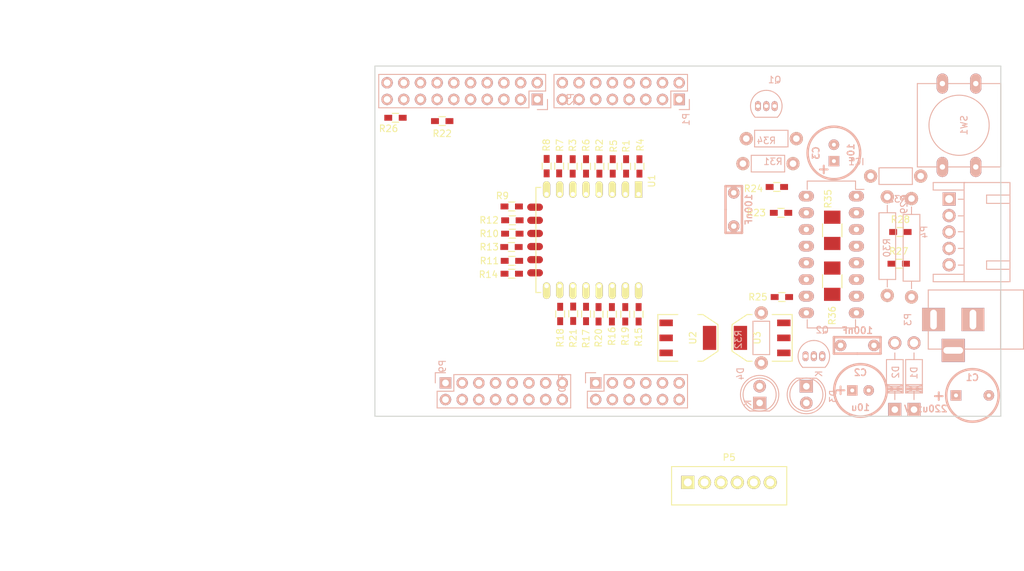
<source format=kicad_pcb>
(kicad_pcb (version 4) (host pcbnew 4.0.2+dfsg1-stable)

  (general
    (links 122)
    (no_connects 122)
    (area 131.242999 22.784999 226.643001 76.275001)
    (thickness 1.6)
    (drawings 98)
    (tracks 0)
    (zones 0)
    (modules 59)
    (nets 107)
  )

  (page A4)
  (layers
    (0 F.Cu signal)
    (31 B.Cu signal)
    (32 B.Adhes user)
    (33 F.Adhes user)
    (34 B.Paste user)
    (35 F.Paste user)
    (36 B.SilkS user)
    (37 F.SilkS user)
    (38 B.Mask user)
    (39 F.Mask user)
    (40 Dwgs.User user)
    (41 Cmts.User user)
    (42 Eco1.User user)
    (43 Eco2.User user)
    (44 Edge.Cuts user)
    (45 Margin user)
    (46 B.CrtYd user)
    (47 F.CrtYd user)
    (48 B.Fab user hide)
    (49 F.Fab user hide)
  )

  (setup
    (last_trace_width 0.4)
    (trace_clearance 0.4)
    (zone_clearance 0.508)
    (zone_45_only no)
    (trace_min 0.2)
    (segment_width 0.2)
    (edge_width 0.15)
    (via_size 0.6)
    (via_drill 0.4)
    (via_min_size 0.4)
    (via_min_drill 0.3)
    (uvia_size 0.3)
    (uvia_drill 0.1)
    (uvias_allowed no)
    (uvia_min_size 0)
    (uvia_min_drill 0)
    (pcb_text_width 0.3)
    (pcb_text_size 1.5 1.5)
    (mod_edge_width 0.15)
    (mod_text_size 1 1)
    (mod_text_width 1.5)
    (pad_size 1.524 1.524)
    (pad_drill 0.762)
    (pad_to_mask_clearance 0.2)
    (aux_axis_origin 33.02 35.56)
    (visible_elements FFFFFF7F)
    (pcbplotparams
      (layerselection 0x00030_80000001)
      (usegerberextensions false)
      (excludeedgelayer true)
      (linewidth 0.100000)
      (plotframeref false)
      (viasonmask false)
      (mode 1)
      (useauxorigin false)
      (hpglpennumber 1)
      (hpglpenspeed 20)
      (hpglpendiameter 15)
      (hpglpenoverlay 2)
      (psnegative false)
      (psa4output false)
      (plotreference true)
      (plotvalue true)
      (plotinvisibletext false)
      (padsonsilk false)
      (subtractmaskfromsilk false)
      (outputformat 1)
      (mirror false)
      (drillshape 1)
      (scaleselection 1)
      (outputdirectory ""))
  )

  (net 0 "")
  (net 1 +12V)
  (net 2 GND)
  (net 3 +5V)
  (net 4 +3V3)
  (net 5 /Microfone/MIC_ANALOG_OUT)
  (net 6 "Net-(D1-Pad2)")
  (net 7 "Net-(D3-Pad2)")
  (net 8 "Net-(D4-Pad2)")
  (net 9 /Trava/ENABLE)
  (net 10 /Trava/DIRECTION_U)
  (net 11 "Net-(IC1-Pad3)")
  (net 12 "Net-(IC1-Pad6)")
  (net 13 /Trava/DIRECTION_L)
  (net 14 "Net-(IC1-Pad11)")
  (net 15 "Net-(IC1-Pad14)")
  (net 16 /PTC11)
  (net 17 /PTC9)
  (net 18 /PTC10)
  (net 19 /PTC8)
  (net 20 /PTC6)
  (net 21 /PTA5)
  (net 22 /PTC5)
  (net 23 /PTA4)
  (net 24 /PTC4)
  (net 25 /PTA12)
  (net 26 /PTC3)
  (net 27 /PTD4)
  (net 28 /PTC0)
  (net 29 /PTA1)
  (net 30 /PTC7)
  (net 31 /PTA2)
  (net 32 /PTD7)
  (net 33 /PTE1)
  (net 34 /PTD6)
  (net 35 /PTE0)
  (net 36 "Net-(P2-Pad5)")
  (net 37 /PAREF)
  (net 38 /PTE31)
  (net 39 /PTA17)
  (net 40 /PTD1)
  (net 41 /PTA16)
  (net 42 /PTD3)
  (net 43 /PTC17)
  (net 44 /PTD2)
  (net 45 /PTC16)
  (net 46 /PTD0)
  (net 47 /PTC13)
  (net 48 /PTD5)
  (net 49 /PTC12)
  (net 50 /PTA13)
  (net 51 /Trava/PhaseU)
  (net 52 /Trava/_UNLOCKED)
  (net 53 /Trava/_LOCKED)
  (net 54 /Trava/PhaseL)
  (net 55 /PSDA_PTDS)
  (net 56 /PTB8)
  (net 57 /P3V3)
  (net 58 /PTB9)
  (net 59 /PTA20)
  (net 60 /PTB10)
  (net 61 /P3V3_2)
  (net 62 /PTB11)
  (net 63 /P5V)
  (net 64 /PTE2)
  (net 65 /PTE3)
  (net 66 /PTE4)
  (net 67 /PTE5)
  (net 68 /PTE20)
  (net 69 /PTB1)
  (net 70 /PTE21)
  (net 71 /PTB2)
  (net 72 /PTE22)
  (net 73 /PTB3)
  (net 74 /PTE23)
  (net 75 /PTC2)
  (net 76 /PTE29)
  (net 77 /PTC1)
  (net 78 /PTE30)
  (net 79 /Interface/LOCKED_SIGNAL)
  (net 80 "Net-(Q1-Pad3)")
  (net 81 "Net-(R1-Pad1)")
  (net 82 "Net-(R2-Pad1)")
  (net 83 "Net-(R3-Pad1)")
  (net 84 "Net-(R4-Pad1)")
  (net 85 "Net-(R5-Pad1)")
  (net 86 "Net-(R6-Pad1)")
  (net 87 "Net-(R7-Pad1)")
  (net 88 "Net-(R8-Pad1)")
  (net 89 "Net-(R9-Pad1)")
  (net 90 "Net-(R10-Pad1)")
  (net 91 "Net-(R11-Pad1)")
  (net 92 "Net-(R12-Pad1)")
  (net 93 "Net-(R13-Pad1)")
  (net 94 "Net-(R14-Pad1)")
  (net 95 "Net-(R15-Pad2)")
  (net 96 "Net-(R16-Pad2)")
  (net 97 "Net-(R17-Pad2)")
  (net 98 "Net-(R18-Pad2)")
  (net 99 "Net-(R19-Pad2)")
  (net 100 "Net-(R20-Pad2)")
  (net 101 "Net-(R21-Pad2)")
  (net 102 /Interface/_REQUEST_UNLOCK)
  (net 103 "Net-(P5-Pad2)")
  (net 104 "Net-(P5-Pad3)")
  (net 105 "Net-(P5-Pad5)")
  (net 106 "Net-(P5-Pad6)")

  (net_class Default "This is the default net class."
    (clearance 0.4)
    (trace_width 0.4)
    (via_dia 0.6)
    (via_drill 0.4)
    (uvia_dia 0.3)
    (uvia_drill 0.1)
    (add_net +3V3)
    (add_net +5V)
    (add_net /Interface/LOCKED_SIGNAL)
    (add_net /Interface/_REQUEST_UNLOCK)
    (add_net /Microfone/MIC_ANALOG_OUT)
    (add_net /P3V3)
    (add_net /P3V3_2)
    (add_net /P5V)
    (add_net /PAREF)
    (add_net /PSDA_PTDS)
    (add_net /PTA1)
    (add_net /PTA12)
    (add_net /PTA13)
    (add_net /PTA16)
    (add_net /PTA17)
    (add_net /PTA2)
    (add_net /PTA20)
    (add_net /PTA4)
    (add_net /PTA5)
    (add_net /PTB1)
    (add_net /PTB10)
    (add_net /PTB11)
    (add_net /PTB2)
    (add_net /PTB3)
    (add_net /PTB8)
    (add_net /PTB9)
    (add_net /PTC0)
    (add_net /PTC1)
    (add_net /PTC10)
    (add_net /PTC11)
    (add_net /PTC12)
    (add_net /PTC13)
    (add_net /PTC16)
    (add_net /PTC17)
    (add_net /PTC2)
    (add_net /PTC3)
    (add_net /PTC4)
    (add_net /PTC5)
    (add_net /PTC6)
    (add_net /PTC7)
    (add_net /PTC8)
    (add_net /PTC9)
    (add_net /PTD0)
    (add_net /PTD1)
    (add_net /PTD2)
    (add_net /PTD3)
    (add_net /PTD4)
    (add_net /PTD5)
    (add_net /PTD6)
    (add_net /PTD7)
    (add_net /PTE0)
    (add_net /PTE1)
    (add_net /PTE2)
    (add_net /PTE20)
    (add_net /PTE21)
    (add_net /PTE22)
    (add_net /PTE23)
    (add_net /PTE29)
    (add_net /PTE3)
    (add_net /PTE30)
    (add_net /PTE31)
    (add_net /PTE4)
    (add_net /PTE5)
    (add_net /Trava/DIRECTION_L)
    (add_net /Trava/DIRECTION_U)
    (add_net /Trava/ENABLE)
    (add_net /Trava/_LOCKED)
    (add_net /Trava/_UNLOCKED)
    (add_net GND)
    (add_net "Net-(C6-Pad1)")
    (add_net "Net-(D1-Pad2)")
    (add_net "Net-(D3-Pad2)")
    (add_net "Net-(D4-Pad2)")
    (add_net "Net-(P2-Pad5)")
    (add_net "Net-(P5-Pad2)")
    (add_net "Net-(P5-Pad3)")
    (add_net "Net-(P5-Pad5)")
    (add_net "Net-(P5-Pad6)")
    (add_net "Net-(Q1-Pad3)")
    (add_net "Net-(Q3-Pad2)")
    (add_net "Net-(R1-Pad1)")
    (add_net "Net-(R10-Pad1)")
    (add_net "Net-(R11-Pad1)")
    (add_net "Net-(R12-Pad1)")
    (add_net "Net-(R13-Pad1)")
    (add_net "Net-(R14-Pad1)")
    (add_net "Net-(R15-Pad2)")
    (add_net "Net-(R16-Pad2)")
    (add_net "Net-(R17-Pad2)")
    (add_net "Net-(R18-Pad2)")
    (add_net "Net-(R19-Pad2)")
    (add_net "Net-(R2-Pad1)")
    (add_net "Net-(R20-Pad2)")
    (add_net "Net-(R21-Pad2)")
    (add_net "Net-(R3-Pad1)")
    (add_net "Net-(R4-Pad1)")
    (add_net "Net-(R5-Pad1)")
    (add_net "Net-(R6-Pad1)")
    (add_net "Net-(R7-Pad1)")
    (add_net "Net-(R8-Pad1)")
    (add_net "Net-(R9-Pad1)")
  )

  (net_class Power12 ""
    (clearance 0.4)
    (trace_width 0.4)
    (via_dia 0.6)
    (via_drill 0.4)
    (uvia_dia 0.3)
    (uvia_drill 0.1)
    (add_net +12V)
    (add_net /Trava/PhaseL)
    (add_net /Trava/PhaseU)
    (add_net "Net-(IC1-Pad11)")
    (add_net "Net-(IC1-Pad14)")
    (add_net "Net-(IC1-Pad3)")
    (add_net "Net-(IC1-Pad6)")
  )

  (module Capacitores:Cap_Eletrolitico_8x5 (layer B.Cu) (tedit 5475E355) (tstamp 57D221D0)
    (at 222.25 73.025)
    (path /57C99D1A/57C9A169)
    (fp_text reference C1 (at -0.01016 -2.72034) (layer B.SilkS)
      (effects (font (size 1.00076 1.00076) (thickness 0.20066)) (justify mirror))
    )
    (fp_text value 220u16V (at -7.112 2.032) (layer B.SilkS)
      (effects (font (size 1.00076 1.00076) (thickness 0.20066)) (justify mirror))
    )
    (fp_text user + (at -5.12064 0) (layer B.SilkS)
      (effects (font (thickness 0.3048)) (justify mirror))
    )
    (fp_circle (center 0 0) (end 0 -4.0005) (layer B.SilkS) (width 0.381))
    (pad 1 thru_hole rect (at -2.49936 0) (size 1.6002 1.6002) (drill 0.59944) (layers *.Cu *.Mask B.SilkS)
      (net 1 +12V))
    (pad 2 thru_hole circle (at 2.49936 0) (size 1.6002 1.6002) (drill 0.59944) (layers *.Cu *.Mask B.SilkS)
      (net 2 GND))
  )

  (module Capacitores:Cap_Eletrolitico_8x3.5 (layer B.Cu) (tedit 5475E2F9) (tstamp 57D221D6)
    (at 205.21168 72.263)
    (path /57C99D1A/57C9A16A)
    (fp_text reference C2 (at -0.01016 -2.72034) (layer B.SilkS)
      (effects (font (size 1.00076 1.00076) (thickness 0.20066)) (justify mirror))
    )
    (fp_text value 10u (at 0 2.5908) (layer B.SilkS)
      (effects (font (size 1.00076 1.00076) (thickness 0.20066)) (justify mirror))
    )
    (fp_text user + (at -3.02768 -0.127) (layer B.SilkS)
      (effects (font (thickness 0.3048)) (justify mirror))
    )
    (fp_circle (center 0 0) (end 0 -4.0005) (layer B.SilkS) (width 0.381))
    (pad 1 thru_hole rect (at -1.24968 0) (size 1.6002 1.6002) (drill 0.59944) (layers *.Cu *.Mask B.SilkS)
      (net 3 +5V))
    (pad 2 thru_hole circle (at 1.24968 0) (size 1.6002 1.6002) (drill 0.59944) (layers *.Cu *.Mask B.SilkS)
      (net 2 GND))
  )

  (module Capacitores:Cap_Eletrolitico_8x3.5 (layer B.Cu) (tedit 5475E2F9) (tstamp 57D221DC)
    (at 201.168 36.08832 90)
    (path /57C99D1A/57C9A16B)
    (fp_text reference C3 (at -0.01016 -2.72034 90) (layer B.SilkS)
      (effects (font (size 1.00076 1.00076) (thickness 0.20066)) (justify mirror))
    )
    (fp_text value 10u (at 0 2.5908 90) (layer B.SilkS)
      (effects (font (size 1.00076 1.00076) (thickness 0.20066)) (justify mirror))
    )
    (fp_text user + (at -2.51968 -1.651 90) (layer B.SilkS)
      (effects (font (thickness 0.3048)) (justify mirror))
    )
    (fp_circle (center 0 0) (end 0 -4.0005) (layer B.SilkS) (width 0.381))
    (pad 1 thru_hole rect (at -1.24968 0 90) (size 1.6002 1.6002) (drill 0.59944) (layers *.Cu *.Mask B.SilkS)
      (net 4 +3V3))
    (pad 2 thru_hole circle (at 1.24968 0 90) (size 1.6002 1.6002) (drill 0.59944) (layers *.Cu *.Mask B.SilkS)
      (net 2 GND))
  )

  (module Capacitores:Cap_MKT_EPCOS_7,3x2,5 (layer B.Cu) (tedit 5490B5B8) (tstamp 57D221E2)
    (at 204.724 65.405)
    (descr "Condensateur = 2 pas")
    (tags C)
    (path /57C9A734/57C9F72B)
    (fp_text reference C4 (at 0 0) (layer B.SilkS) hide
      (effects (font (size 1.016 1.016) (thickness 0.2032)) (justify mirror))
    )
    (fp_text value 100nF (at 0.0127 -2.2733) (layer B.SilkS)
      (effects (font (size 1.016 1.016) (thickness 0.2032)) (justify mirror))
    )
    (fp_line (start 0 1.24968) (end 3.55092 1.24968) (layer B.SilkS) (width 0.381))
    (fp_line (start 3.55092 1.24968) (end 3.55092 -1.24968) (layer B.SilkS) (width 0.381))
    (fp_line (start 3.55092 -1.24968) (end -3.55092 -1.24968) (layer B.SilkS) (width 0.381))
    (fp_line (start -3.55092 -1.24968) (end -3.55092 1.24968) (layer B.SilkS) (width 0.381))
    (fp_line (start -3.55092 1.24968) (end 0 1.24968) (layer B.SilkS) (width 0.381))
    (pad 1 thru_hole circle (at -2.54 0) (size 1.75006 1.75006) (drill 0.8128) (layers *.Cu *.Mask B.SilkS)
      (net 1 +12V))
    (pad 2 thru_hole circle (at 2.54 0) (size 1.75006 1.75006) (drill 0.8128) (layers *.Cu *.Mask B.SilkS)
      (net 2 GND))
    (model discret/capa_2pas_5x5mm.wrl
      (at (xyz 0 0 0))
      (scale (xyz 1 1 1))
      (rotate (xyz 0 0 0))
    )
  )

  (module Capacitores:Cap_MKT_EPCOS_7,3x2,5 (layer B.Cu) (tedit 5490B5B8) (tstamp 57D221E8)
    (at 185.928 44.704 270)
    (descr "Condensateur = 2 pas")
    (tags C)
    (path /57C9A734/57C9F45C)
    (fp_text reference C5 (at 0 0 270) (layer B.SilkS) hide
      (effects (font (size 1.016 1.016) (thickness 0.2032)) (justify mirror))
    )
    (fp_text value 100nF (at 0.0127 -2.2733 270) (layer B.SilkS)
      (effects (font (size 1.016 1.016) (thickness 0.2032)) (justify mirror))
    )
    (fp_line (start 0 1.24968) (end 3.55092 1.24968) (layer B.SilkS) (width 0.381))
    (fp_line (start 3.55092 1.24968) (end 3.55092 -1.24968) (layer B.SilkS) (width 0.381))
    (fp_line (start 3.55092 -1.24968) (end -3.55092 -1.24968) (layer B.SilkS) (width 0.381))
    (fp_line (start -3.55092 -1.24968) (end -3.55092 1.24968) (layer B.SilkS) (width 0.381))
    (fp_line (start -3.55092 1.24968) (end 0 1.24968) (layer B.SilkS) (width 0.381))
    (pad 1 thru_hole circle (at -2.54 0 270) (size 1.75006 1.75006) (drill 0.8128) (layers *.Cu *.Mask B.SilkS)
      (net 3 +5V))
    (pad 2 thru_hole circle (at 2.54 0 270) (size 1.75006 1.75006) (drill 0.8128) (layers *.Cu *.Mask B.SilkS)
      (net 2 GND))
    (model discret/capa_2pas_5x5mm.wrl
      (at (xyz 0 0 0))
      (scale (xyz 1 1 1))
      (rotate (xyz 0 0 0))
    )
  )

  (module Diodes_ThroughHole:Diode_DO-41_SOD81_Horizontal_RM10 (layer B.Cu) (tedit 552FFCCE) (tstamp 57D221F4)
    (at 213.35746 75.184 90)
    (descr "Diode, DO-41, SOD81, Horizontal, RM 10mm,")
    (tags "Diode, DO-41, SOD81, Horizontal, RM 10mm, 1N4007, SB140,")
    (path /57C99D1A/57CA12AC)
    (fp_text reference D1 (at 5.588 0.00254 90) (layer B.SilkS)
      (effects (font (size 1 1) (thickness 0.15)) (justify mirror))
    )
    (fp_text value 1N4007 (at 4.37134 3.55854 90) (layer B.Fab)
      (effects (font (size 1 1) (thickness 0.15)) (justify mirror))
    )
    (fp_line (start 7.62 0.00254) (end 8.636 0.00254) (layer B.SilkS) (width 0.15))
    (fp_line (start 2.794 0.00254) (end 1.524 0.00254) (layer B.SilkS) (width 0.15))
    (fp_line (start 3.048 1.27254) (end 3.048 -1.26746) (layer B.SilkS) (width 0.15))
    (fp_line (start 3.302 1.27254) (end 3.302 -1.26746) (layer B.SilkS) (width 0.15))
    (fp_line (start 3.556 1.27254) (end 3.556 -1.26746) (layer B.SilkS) (width 0.15))
    (fp_line (start 2.794 1.27254) (end 2.794 -1.26746) (layer B.SilkS) (width 0.15))
    (fp_line (start 3.81 1.27254) (end 2.54 -1.26746) (layer B.SilkS) (width 0.15))
    (fp_line (start 2.54 1.27254) (end 3.81 -1.26746) (layer B.SilkS) (width 0.15))
    (fp_line (start 3.81 1.27254) (end 3.81 -1.26746) (layer B.SilkS) (width 0.15))
    (fp_line (start 3.175 1.27254) (end 3.175 -1.26746) (layer B.SilkS) (width 0.15))
    (fp_line (start 2.54 -1.26746) (end 2.54 1.27254) (layer B.SilkS) (width 0.15))
    (fp_line (start 2.54 1.27254) (end 7.62 1.27254) (layer B.SilkS) (width 0.15))
    (fp_line (start 7.62 1.27254) (end 7.62 -1.26746) (layer B.SilkS) (width 0.15))
    (fp_line (start 7.62 -1.26746) (end 2.54 -1.26746) (layer B.SilkS) (width 0.15))
    (pad 2 thru_hole circle (at 10.16 0.00254 270) (size 1.99898 1.99898) (drill 1.27) (layers *.Cu *.Mask B.SilkS)
      (net 6 "Net-(D1-Pad2)"))
    (pad 1 thru_hole rect (at 0 0.00254 270) (size 1.99898 1.99898) (drill 1.00076) (layers *.Cu *.Mask B.SilkS)
      (net 1 +12V))
  )

  (module Diodes_ThroughHole:Diode_DO-41_SOD81_Horizontal_RM10 (layer B.Cu) (tedit 552FFCCE) (tstamp 57D221FA)
    (at 210.43646 75.184 90)
    (descr "Diode, DO-41, SOD81, Horizontal, RM 10mm,")
    (tags "Diode, DO-41, SOD81, Horizontal, RM 10mm, 1N4007, SB140,")
    (path /57C99D1A/57C9A164)
    (fp_text reference D2 (at 5.715 0.12954 90) (layer B.SilkS)
      (effects (font (size 1 1) (thickness 0.15)) (justify mirror))
    )
    (fp_text value 1N4007 (at 4.37134 3.55854 90) (layer B.Fab)
      (effects (font (size 1 1) (thickness 0.15)) (justify mirror))
    )
    (fp_line (start 7.62 0.00254) (end 8.636 0.00254) (layer B.SilkS) (width 0.15))
    (fp_line (start 2.794 0.00254) (end 1.524 0.00254) (layer B.SilkS) (width 0.15))
    (fp_line (start 3.048 1.27254) (end 3.048 -1.26746) (layer B.SilkS) (width 0.15))
    (fp_line (start 3.302 1.27254) (end 3.302 -1.26746) (layer B.SilkS) (width 0.15))
    (fp_line (start 3.556 1.27254) (end 3.556 -1.26746) (layer B.SilkS) (width 0.15))
    (fp_line (start 2.794 1.27254) (end 2.794 -1.26746) (layer B.SilkS) (width 0.15))
    (fp_line (start 3.81 1.27254) (end 2.54 -1.26746) (layer B.SilkS) (width 0.15))
    (fp_line (start 2.54 1.27254) (end 3.81 -1.26746) (layer B.SilkS) (width 0.15))
    (fp_line (start 3.81 1.27254) (end 3.81 -1.26746) (layer B.SilkS) (width 0.15))
    (fp_line (start 3.175 1.27254) (end 3.175 -1.26746) (layer B.SilkS) (width 0.15))
    (fp_line (start 2.54 -1.26746) (end 2.54 1.27254) (layer B.SilkS) (width 0.15))
    (fp_line (start 2.54 1.27254) (end 7.62 1.27254) (layer B.SilkS) (width 0.15))
    (fp_line (start 7.62 1.27254) (end 7.62 -1.26746) (layer B.SilkS) (width 0.15))
    (fp_line (start 7.62 -1.26746) (end 2.54 -1.26746) (layer B.SilkS) (width 0.15))
    (pad 2 thru_hole circle (at 10.16 0.00254 270) (size 1.99898 1.99898) (drill 1.27) (layers *.Cu *.Mask B.SilkS)
      (net 6 "Net-(D1-Pad2)"))
    (pad 1 thru_hole rect (at 0 0.00254 270) (size 1.99898 1.99898) (drill 1.00076) (layers *.Cu *.Mask B.SilkS)
      (net 1 +12V))
  )

  (module LEDs:LED-5MM (layer B.Cu) (tedit 5570F7EA) (tstamp 57D22200)
    (at 196.977 71.628 270)
    (descr "LED 5mm round vertical")
    (tags "LED 5mm round vertical")
    (path /57CE0765/57CDF7DC)
    (fp_text reference D3 (at 1.524 -4.064 270) (layer B.SilkS)
      (effects (font (size 1 1) (thickness 0.15)) (justify mirror))
    )
    (fp_text value "LED VERDE" (at 1.524 3.937 270) (layer B.Fab)
      (effects (font (size 1 1) (thickness 0.15)) (justify mirror))
    )
    (fp_line (start -1.5 1.55) (end -1.5 -1.55) (layer B.CrtYd) (width 0.05))
    (fp_arc (start 1.3 0) (end -1.5 -1.55) (angle 302) (layer B.CrtYd) (width 0.05))
    (fp_arc (start 1.27 0) (end -1.23 1.5) (angle -297.5) (layer B.SilkS) (width 0.15))
    (fp_line (start -1.23 -1.5) (end -1.23 1.5) (layer B.SilkS) (width 0.15))
    (fp_circle (center 1.27 0) (end 0.97 2.5) (layer B.SilkS) (width 0.15))
    (fp_text user K (at -1.905 -1.905 270) (layer B.SilkS)
      (effects (font (size 1 1) (thickness 0.15)) (justify mirror))
    )
    (pad 1 thru_hole rect (at 0 0 180) (size 2 1.9) (drill 1.00076) (layers *.Cu *.Mask B.SilkS)
      (net 2 GND))
    (pad 2 thru_hole circle (at 2.54 0 270) (size 1.9 1.9) (drill 1.00076) (layers *.Cu *.Mask B.SilkS)
      (net 7 "Net-(D3-Pad2)"))
    (model LEDs.3dshapes/LED-5MM.wrl
      (at (xyz 0.05 0 0))
      (scale (xyz 1 1 1))
      (rotate (xyz 0 0 90))
    )
  )

  (module LEDs:LED-5MM (layer B.Cu) (tedit 5570F7EA) (tstamp 57D22206)
    (at 189.865 74.168 90)
    (descr "LED 5mm round vertical")
    (tags "LED 5mm round vertical")
    (path /57CE0765/57CDF888)
    (fp_text reference D4 (at 4.445 -2.921 90) (layer B.SilkS)
      (effects (font (size 1 1) (thickness 0.15)) (justify mirror))
    )
    (fp_text value "LED VERMELHO" (at 1.524 3.937 90) (layer B.Fab)
      (effects (font (size 1 1) (thickness 0.15)) (justify mirror))
    )
    (fp_line (start -1.5 1.55) (end -1.5 -1.55) (layer B.CrtYd) (width 0.05))
    (fp_arc (start 1.3 0) (end -1.5 -1.55) (angle 302) (layer B.CrtYd) (width 0.05))
    (fp_arc (start 1.27 0) (end -1.23 1.5) (angle -297.5) (layer B.SilkS) (width 0.15))
    (fp_line (start -1.23 -1.5) (end -1.23 1.5) (layer B.SilkS) (width 0.15))
    (fp_circle (center 1.27 0) (end 0.97 2.5) (layer B.SilkS) (width 0.15))
    (fp_text user K (at 0 -1.778 90) (layer B.SilkS)
      (effects (font (size 1 1) (thickness 0.15)) (justify mirror))
    )
    (pad 1 thru_hole rect (at 0 0) (size 2 1.9) (drill 1.00076) (layers *.Cu *.Mask B.SilkS)
      (net 2 GND))
    (pad 2 thru_hole circle (at 2.54 0 90) (size 1.9 1.9) (drill 1.00076) (layers *.Cu *.Mask B.SilkS)
      (net 8 "Net-(D4-Pad2)"))
    (model LEDs.3dshapes/LED-5MM.wrl
      (at (xyz 0.05 0 0))
      (scale (xyz 1 1 1))
      (rotate (xyz 0 0 90))
    )
  )

  (module Housings_DIP:DIP-16_W7.62mm_LongPads (layer B.Cu) (tedit 54130A77) (tstamp 57D2221A)
    (at 204.597 42.672 180)
    (descr "16-lead dip package, row spacing 7.62 mm (300 mils), longer pads")
    (tags "dil dip 2.54 300")
    (path /57C9A734/57C99E29)
    (fp_text reference IC1 (at 0 5.22 180) (layer B.SilkS)
      (effects (font (size 1 1) (thickness 0.15)) (justify mirror))
    )
    (fp_text value L293D (at 0 3.72 180) (layer B.Fab)
      (effects (font (size 1 1) (thickness 0.15)) (justify mirror))
    )
    (fp_line (start -1.4 2.45) (end -1.4 -20.25) (layer B.CrtYd) (width 0.05))
    (fp_line (start 9 2.45) (end 9 -20.25) (layer B.CrtYd) (width 0.05))
    (fp_line (start -1.4 2.45) (end 9 2.45) (layer B.CrtYd) (width 0.05))
    (fp_line (start -1.4 -20.25) (end 9 -20.25) (layer B.CrtYd) (width 0.05))
    (fp_line (start 0.135 2.295) (end 0.135 1.025) (layer B.SilkS) (width 0.15))
    (fp_line (start 7.485 2.295) (end 7.485 1.025) (layer B.SilkS) (width 0.15))
    (fp_line (start 7.485 -20.075) (end 7.485 -18.805) (layer B.SilkS) (width 0.15))
    (fp_line (start 0.135 -20.075) (end 0.135 -18.805) (layer B.SilkS) (width 0.15))
    (fp_line (start 0.135 2.295) (end 7.485 2.295) (layer B.SilkS) (width 0.15))
    (fp_line (start 0.135 -20.075) (end 7.485 -20.075) (layer B.SilkS) (width 0.15))
    (fp_line (start 0.135 1.025) (end -1.15 1.025) (layer B.SilkS) (width 0.15))
    (pad 1 thru_hole oval (at 0 0 180) (size 2.3 1.6) (drill 0.8) (layers *.Cu *.Mask B.SilkS)
      (net 9 /Trava/ENABLE))
    (pad 2 thru_hole oval (at 0 -2.54 180) (size 2.3 1.6) (drill 0.8) (layers *.Cu *.Mask B.SilkS)
      (net 10 /Trava/DIRECTION_U))
    (pad 3 thru_hole oval (at 0 -5.08 180) (size 2.3 1.6) (drill 0.8) (layers *.Cu *.Mask B.SilkS)
      (net 11 "Net-(IC1-Pad3)"))
    (pad 4 thru_hole oval (at 0 -7.62 180) (size 2.3 1.6) (drill 0.8) (layers *.Cu *.Mask B.SilkS)
      (net 2 GND))
    (pad 5 thru_hole oval (at 0 -10.16 180) (size 2.3 1.6) (drill 0.8) (layers *.Cu *.Mask B.SilkS)
      (net 2 GND))
    (pad 6 thru_hole oval (at 0 -12.7 180) (size 2.3 1.6) (drill 0.8) (layers *.Cu *.Mask B.SilkS)
      (net 12 "Net-(IC1-Pad6)"))
    (pad 7 thru_hole oval (at 0 -15.24 180) (size 2.3 1.6) (drill 0.8) (layers *.Cu *.Mask B.SilkS)
      (net 13 /Trava/DIRECTION_L))
    (pad 8 thru_hole oval (at 0 -17.78 180) (size 2.3 1.6) (drill 0.8) (layers *.Cu *.Mask B.SilkS)
      (net 1 +12V))
    (pad 9 thru_hole oval (at 7.62 -17.78 180) (size 2.3 1.6) (drill 0.8) (layers *.Cu *.Mask B.SilkS)
      (net 9 /Trava/ENABLE))
    (pad 10 thru_hole oval (at 7.62 -15.24 180) (size 2.3 1.6) (drill 0.8) (layers *.Cu *.Mask B.SilkS)
      (net 13 /Trava/DIRECTION_L))
    (pad 11 thru_hole oval (at 7.62 -12.7 180) (size 2.3 1.6) (drill 0.8) (layers *.Cu *.Mask B.SilkS)
      (net 14 "Net-(IC1-Pad11)"))
    (pad 12 thru_hole oval (at 7.62 -10.16 180) (size 2.3 1.6) (drill 0.8) (layers *.Cu *.Mask B.SilkS)
      (net 2 GND))
    (pad 13 thru_hole oval (at 7.62 -7.62 180) (size 2.3 1.6) (drill 0.8) (layers *.Cu *.Mask B.SilkS)
      (net 2 GND))
    (pad 14 thru_hole oval (at 7.62 -5.08 180) (size 2.3 1.6) (drill 0.8) (layers *.Cu *.Mask B.SilkS)
      (net 15 "Net-(IC1-Pad14)"))
    (pad 15 thru_hole oval (at 7.62 -2.54 180) (size 2.3 1.6) (drill 0.8) (layers *.Cu *.Mask B.SilkS)
      (net 10 /Trava/DIRECTION_U))
    (pad 16 thru_hole oval (at 7.62 0 180) (size 2.3 1.6) (drill 0.8) (layers *.Cu *.Mask B.SilkS)
      (net 3 +5V))
    (model Housings_DIP.3dshapes/DIP-16_W7.62mm_LongPads.wrl
      (at (xyz 0 0 0))
      (scale (xyz 1 1 1))
      (rotate (xyz 0 0 0))
    )
  )

  (module Pin_Headers:Pin_Header_Straight_2x08 (layer B.Cu) (tedit 0) (tstamp 57D2222E)
    (at 177.6222 27.94 90)
    (descr "Through hole pin header")
    (tags "pin header")
    (path /57D046ED)
    (fp_text reference P1 (at -3.048 1.0668 90) (layer B.SilkS)
      (effects (font (size 1 1) (thickness 0.15)) (justify mirror))
    )
    (fp_text value CONN_02X08 (at 0 3.1 90) (layer B.Fab)
      (effects (font (size 1 1) (thickness 0.15)) (justify mirror))
    )
    (fp_line (start -1.75 1.75) (end -1.75 -19.55) (layer B.CrtYd) (width 0.05))
    (fp_line (start 4.3 1.75) (end 4.3 -19.55) (layer B.CrtYd) (width 0.05))
    (fp_line (start -1.75 1.75) (end 4.3 1.75) (layer B.CrtYd) (width 0.05))
    (fp_line (start -1.75 -19.55) (end 4.3 -19.55) (layer B.CrtYd) (width 0.05))
    (fp_line (start 3.81 -19.05) (end 3.81 1.27) (layer B.SilkS) (width 0.15))
    (fp_line (start -1.27 -1.27) (end -1.27 -19.05) (layer B.SilkS) (width 0.15))
    (fp_line (start 3.81 -19.05) (end -1.27 -19.05) (layer B.SilkS) (width 0.15))
    (fp_line (start 3.81 1.27) (end 1.27 1.27) (layer B.SilkS) (width 0.15))
    (fp_line (start 0 1.55) (end -1.55 1.55) (layer B.SilkS) (width 0.15))
    (fp_line (start 1.27 1.27) (end 1.27 -1.27) (layer B.SilkS) (width 0.15))
    (fp_line (start 1.27 -1.27) (end -1.27 -1.27) (layer B.SilkS) (width 0.15))
    (fp_line (start -1.55 1.55) (end -1.55 0) (layer B.SilkS) (width 0.15))
    (pad 1 thru_hole rect (at 0 0 90) (size 1.7272 1.7272) (drill 1.016) (layers *.Cu *.Mask B.SilkS)
      (net 16 /PTC11))
    (pad 2 thru_hole oval (at 2.54 0 90) (size 1.7272 1.7272) (drill 1.016) (layers *.Cu *.Mask B.SilkS)
      (net 17 /PTC9))
    (pad 3 thru_hole oval (at 0 -2.54 90) (size 1.7272 1.7272) (drill 1.016) (layers *.Cu *.Mask B.SilkS)
      (net 18 /PTC10))
    (pad 4 thru_hole oval (at 2.54 -2.54 90) (size 1.7272 1.7272) (drill 1.016) (layers *.Cu *.Mask B.SilkS)
      (net 19 /PTC8))
    (pad 5 thru_hole oval (at 0 -5.08 90) (size 1.7272 1.7272) (drill 1.016) (layers *.Cu *.Mask B.SilkS)
      (net 20 /PTC6))
    (pad 6 thru_hole oval (at 2.54 -5.08 90) (size 1.7272 1.7272) (drill 1.016) (layers *.Cu *.Mask B.SilkS)
      (net 21 /PTA5))
    (pad 7 thru_hole oval (at 0 -7.62 90) (size 1.7272 1.7272) (drill 1.016) (layers *.Cu *.Mask B.SilkS)
      (net 22 /PTC5))
    (pad 8 thru_hole oval (at 2.54 -7.62 90) (size 1.7272 1.7272) (drill 1.016) (layers *.Cu *.Mask B.SilkS)
      (net 23 /PTA4))
    (pad 9 thru_hole oval (at 0 -10.16 90) (size 1.7272 1.7272) (drill 1.016) (layers *.Cu *.Mask B.SilkS)
      (net 24 /PTC4))
    (pad 10 thru_hole oval (at 2.54 -10.16 90) (size 1.7272 1.7272) (drill 1.016) (layers *.Cu *.Mask B.SilkS)
      (net 25 /PTA12))
    (pad 11 thru_hole oval (at 0 -12.7 90) (size 1.7272 1.7272) (drill 1.016) (layers *.Cu *.Mask B.SilkS)
      (net 26 /PTC3))
    (pad 12 thru_hole oval (at 2.54 -12.7 90) (size 1.7272 1.7272) (drill 1.016) (layers *.Cu *.Mask B.SilkS)
      (net 27 /PTD4))
    (pad 13 thru_hole oval (at 0 -15.24 90) (size 1.7272 1.7272) (drill 1.016) (layers *.Cu *.Mask B.SilkS)
      (net 28 /PTC0))
    (pad 14 thru_hole oval (at 2.54 -15.24 90) (size 1.7272 1.7272) (drill 1.016) (layers *.Cu *.Mask B.SilkS)
      (net 29 /PTA1))
    (pad 15 thru_hole oval (at 0 -17.78 90) (size 1.7272 1.7272) (drill 1.016) (layers *.Cu *.Mask B.SilkS)
      (net 30 /PTC7))
    (pad 16 thru_hole oval (at 2.54 -17.78 90) (size 1.7272 1.7272) (drill 1.016) (layers *.Cu *.Mask B.SilkS)
      (net 31 /PTA2))
    (model Pin_Headers.3dshapes/Pin_Header_Straight_2x08.wrl
      (at (xyz 0.05 -0.35 0))
      (scale (xyz 1 1 1))
      (rotate (xyz 0 0 90))
    )
  )

  (module Pin_Headers:Pin_Header_Straight_2x10 (layer B.Cu) (tedit 0) (tstamp 57D22246)
    (at 156.0322 27.94 90)
    (descr "Through hole pin header")
    (tags "pin header")
    (path /57D049E4)
    (fp_text reference P2 (at 0 5.1 90) (layer B.SilkS)
      (effects (font (size 1 1) (thickness 0.15)) (justify mirror))
    )
    (fp_text value CONN_02X10 (at 0 3.1 90) (layer B.Fab)
      (effects (font (size 1 1) (thickness 0.15)) (justify mirror))
    )
    (fp_line (start -1.75 1.75) (end -1.75 -24.65) (layer B.CrtYd) (width 0.05))
    (fp_line (start 4.3 1.75) (end 4.3 -24.65) (layer B.CrtYd) (width 0.05))
    (fp_line (start -1.75 1.75) (end 4.3 1.75) (layer B.CrtYd) (width 0.05))
    (fp_line (start -1.75 -24.65) (end 4.3 -24.65) (layer B.CrtYd) (width 0.05))
    (fp_line (start 3.81 -24.13) (end 3.81 1.27) (layer B.SilkS) (width 0.15))
    (fp_line (start -1.27 -1.27) (end -1.27 -24.13) (layer B.SilkS) (width 0.15))
    (fp_line (start 3.81 -24.13) (end -1.27 -24.13) (layer B.SilkS) (width 0.15))
    (fp_line (start 3.81 1.27) (end 1.27 1.27) (layer B.SilkS) (width 0.15))
    (fp_line (start 0 1.55) (end -1.55 1.55) (layer B.SilkS) (width 0.15))
    (fp_line (start 1.27 1.27) (end 1.27 -1.27) (layer B.SilkS) (width 0.15))
    (fp_line (start 1.27 -1.27) (end -1.27 -1.27) (layer B.SilkS) (width 0.15))
    (fp_line (start -1.55 1.55) (end -1.55 0) (layer B.SilkS) (width 0.15))
    (pad 1 thru_hole rect (at 0 0 90) (size 1.7272 1.7272) (drill 1.016) (layers *.Cu *.Mask B.SilkS)
      (net 32 /PTD7))
    (pad 2 thru_hole oval (at 2.54 0 90) (size 1.7272 1.7272) (drill 1.016) (layers *.Cu *.Mask B.SilkS)
      (net 33 /PTE1))
    (pad 3 thru_hole oval (at 0 -2.54 90) (size 1.7272 1.7272) (drill 1.016) (layers *.Cu *.Mask B.SilkS)
      (net 34 /PTD6))
    (pad 4 thru_hole oval (at 2.54 -2.54 90) (size 1.7272 1.7272) (drill 1.016) (layers *.Cu *.Mask B.SilkS)
      (net 35 /PTE0))
    (pad 5 thru_hole oval (at 0 -5.08 90) (size 1.7272 1.7272) (drill 1.016) (layers *.Cu *.Mask B.SilkS)
      (net 36 "Net-(P2-Pad5)"))
    (pad 6 thru_hole oval (at 2.54 -5.08 90) (size 1.7272 1.7272) (drill 1.016) (layers *.Cu *.Mask B.SilkS)
      (net 37 /PAREF))
    (pad 7 thru_hole oval (at 0 -7.62 90) (size 1.7272 1.7272) (drill 1.016) (layers *.Cu *.Mask B.SilkS)
      (net 38 /PTE31))
    (pad 8 thru_hole oval (at 2.54 -7.62 90) (size 1.7272 1.7272) (drill 1.016) (layers *.Cu *.Mask B.SilkS)
      (net 2 GND))
    (pad 9 thru_hole oval (at 0 -10.16 90) (size 1.7272 1.7272) (drill 1.016) (layers *.Cu *.Mask B.SilkS)
      (net 39 /PTA17))
    (pad 10 thru_hole oval (at 2.54 -10.16 90) (size 1.7272 1.7272) (drill 1.016) (layers *.Cu *.Mask B.SilkS)
      (net 40 /PTD1))
    (pad 11 thru_hole oval (at 0 -12.7 90) (size 1.7272 1.7272) (drill 1.016) (layers *.Cu *.Mask B.SilkS)
      (net 41 /PTA16))
    (pad 12 thru_hole oval (at 2.54 -12.7 90) (size 1.7272 1.7272) (drill 1.016) (layers *.Cu *.Mask B.SilkS)
      (net 42 /PTD3))
    (pad 13 thru_hole oval (at 0 -15.24 90) (size 1.7272 1.7272) (drill 1.016) (layers *.Cu *.Mask B.SilkS)
      (net 43 /PTC17))
    (pad 14 thru_hole oval (at 2.54 -15.24 90) (size 1.7272 1.7272) (drill 1.016) (layers *.Cu *.Mask B.SilkS)
      (net 44 /PTD2))
    (pad 15 thru_hole oval (at 0 -17.78 90) (size 1.7272 1.7272) (drill 1.016) (layers *.Cu *.Mask B.SilkS)
      (net 45 /PTC16))
    (pad 16 thru_hole oval (at 2.54 -17.78 90) (size 1.7272 1.7272) (drill 1.016) (layers *.Cu *.Mask B.SilkS)
      (net 46 /PTD0))
    (pad 17 thru_hole oval (at 0 -20.32 90) (size 1.7272 1.7272) (drill 1.016) (layers *.Cu *.Mask B.SilkS)
      (net 47 /PTC13))
    (pad 18 thru_hole oval (at 2.54 -20.32 90) (size 1.7272 1.7272) (drill 1.016) (layers *.Cu *.Mask B.SilkS)
      (net 48 /PTD5))
    (pad 19 thru_hole oval (at 0 -22.86 90) (size 1.7272 1.7272) (drill 1.016) (layers *.Cu *.Mask B.SilkS)
      (net 49 /PTC12))
    (pad 20 thru_hole oval (at 2.54 -22.86 90) (size 1.7272 1.7272) (drill 1.016) (layers *.Cu *.Mask B.SilkS)
      (net 50 /PTA13))
    (model Pin_Headers.3dshapes/Pin_Header_Straight_2x10.wrl
      (at (xyz 0.05 -0.45 0))
      (scale (xyz 1 1 1))
      (rotate (xyz 0 0 90))
    )
  )

  (module Connect:BARREL_JACK (layer B.Cu) (tedit 0) (tstamp 57D2224D)
    (at 222.5294 61.468 180)
    (descr "DC Barrel Jack")
    (tags "Power Jack")
    (path /57C99D1A/57C9A160)
    (fp_text reference P3 (at 10.09904 0 450) (layer B.SilkS)
      (effects (font (size 1 1) (thickness 0.15)) (justify mirror))
    )
    (fp_text value "12V Connector" (at 0 5.99948 180) (layer B.Fab)
      (effects (font (size 1 1) (thickness 0.15)) (justify mirror))
    )
    (fp_line (start -4.0005 4.50088) (end -4.0005 -4.50088) (layer B.SilkS) (width 0.15))
    (fp_line (start -7.50062 4.50088) (end -7.50062 -4.50088) (layer B.SilkS) (width 0.15))
    (fp_line (start -7.50062 -4.50088) (end 7.00024 -4.50088) (layer B.SilkS) (width 0.15))
    (fp_line (start 7.00024 -4.50088) (end 7.00024 4.50088) (layer B.SilkS) (width 0.15))
    (fp_line (start 7.00024 4.50088) (end -7.50062 4.50088) (layer B.SilkS) (width 0.15))
    (pad 1 thru_hole rect (at 6.20014 0 180) (size 3.50012 3.50012) (drill oval 1.00076 2.99974) (layers *.Cu *.Mask B.SilkS)
      (net 6 "Net-(D1-Pad2)"))
    (pad 2 thru_hole rect (at 0.20066 0 180) (size 3.50012 3.50012) (drill oval 1.00076 2.99974) (layers *.Cu *.Mask B.SilkS)
      (net 2 GND))
    (pad 3 thru_hole rect (at 3.2004 -4.699 180) (size 3.50012 3.50012) (drill oval 2.99974 1.00076) (layers *.Cu *.Mask B.SilkS))
  )

  (module Pin_Headers:Pin_Header_Straight_2x08 (layer B.Cu) (tedit 0) (tstamp 57D2226A)
    (at 142.0622 71.12 270)
    (descr "Through hole pin header")
    (tags "pin header")
    (path /57D044CB)
    (fp_text reference P9 (at -2.54 0.4572 270) (layer B.SilkS)
      (effects (font (size 1 1) (thickness 0.15)) (justify mirror))
    )
    (fp_text value CONN_02X08 (at 0 3.1 270) (layer B.Fab)
      (effects (font (size 1 1) (thickness 0.15)) (justify mirror))
    )
    (fp_line (start -1.75 1.75) (end -1.75 -19.55) (layer B.CrtYd) (width 0.05))
    (fp_line (start 4.3 1.75) (end 4.3 -19.55) (layer B.CrtYd) (width 0.05))
    (fp_line (start -1.75 1.75) (end 4.3 1.75) (layer B.CrtYd) (width 0.05))
    (fp_line (start -1.75 -19.55) (end 4.3 -19.55) (layer B.CrtYd) (width 0.05))
    (fp_line (start 3.81 -19.05) (end 3.81 1.27) (layer B.SilkS) (width 0.15))
    (fp_line (start -1.27 -1.27) (end -1.27 -19.05) (layer B.SilkS) (width 0.15))
    (fp_line (start 3.81 -19.05) (end -1.27 -19.05) (layer B.SilkS) (width 0.15))
    (fp_line (start 3.81 1.27) (end 1.27 1.27) (layer B.SilkS) (width 0.15))
    (fp_line (start 0 1.55) (end -1.55 1.55) (layer B.SilkS) (width 0.15))
    (fp_line (start 1.27 1.27) (end 1.27 -1.27) (layer B.SilkS) (width 0.15))
    (fp_line (start 1.27 -1.27) (end -1.27 -1.27) (layer B.SilkS) (width 0.15))
    (fp_line (start -1.55 1.55) (end -1.55 0) (layer B.SilkS) (width 0.15))
    (pad 1 thru_hole rect (at 0 0 270) (size 1.7272 1.7272) (drill 1.016) (layers *.Cu *.Mask B.SilkS)
      (net 55 /PSDA_PTDS))
    (pad 2 thru_hole oval (at 2.54 0 270) (size 1.7272 1.7272) (drill 1.016) (layers *.Cu *.Mask B.SilkS)
      (net 56 /PTB8))
    (pad 3 thru_hole oval (at 0 -2.54 270) (size 1.7272 1.7272) (drill 1.016) (layers *.Cu *.Mask B.SilkS)
      (net 57 /P3V3))
    (pad 4 thru_hole oval (at 2.54 -2.54 270) (size 1.7272 1.7272) (drill 1.016) (layers *.Cu *.Mask B.SilkS)
      (net 58 /PTB9))
    (pad 5 thru_hole oval (at 0 -5.08 270) (size 1.7272 1.7272) (drill 1.016) (layers *.Cu *.Mask B.SilkS)
      (net 59 /PTA20))
    (pad 6 thru_hole oval (at 2.54 -5.08 270) (size 1.7272 1.7272) (drill 1.016) (layers *.Cu *.Mask B.SilkS)
      (net 60 /PTB10))
    (pad 7 thru_hole oval (at 0 -7.62 270) (size 1.7272 1.7272) (drill 1.016) (layers *.Cu *.Mask B.SilkS)
      (net 61 /P3V3_2))
    (pad 8 thru_hole oval (at 2.54 -7.62 270) (size 1.7272 1.7272) (drill 1.016) (layers *.Cu *.Mask B.SilkS)
      (net 62 /PTB11))
    (pad 9 thru_hole oval (at 0 -10.16 270) (size 1.7272 1.7272) (drill 1.016) (layers *.Cu *.Mask B.SilkS)
      (net 63 /P5V))
    (pad 10 thru_hole oval (at 2.54 -10.16 270) (size 1.7272 1.7272) (drill 1.016) (layers *.Cu *.Mask B.SilkS)
      (net 64 /PTE2))
    (pad 11 thru_hole oval (at 0 -12.7 270) (size 1.7272 1.7272) (drill 1.016) (layers *.Cu *.Mask B.SilkS)
      (net 2 GND))
    (pad 12 thru_hole oval (at 2.54 -12.7 270) (size 1.7272 1.7272) (drill 1.016) (layers *.Cu *.Mask B.SilkS)
      (net 65 /PTE3))
    (pad 13 thru_hole oval (at 0 -15.24 270) (size 1.7272 1.7272) (drill 1.016) (layers *.Cu *.Mask B.SilkS)
      (net 2 GND))
    (pad 14 thru_hole oval (at 2.54 -15.24 270) (size 1.7272 1.7272) (drill 1.016) (layers *.Cu *.Mask B.SilkS)
      (net 66 /PTE4))
    (pad 15 thru_hole oval (at 0 -17.78 270) (size 1.7272 1.7272) (drill 1.016) (layers *.Cu *.Mask B.SilkS)
      (net 3 +5V))
    (pad 16 thru_hole oval (at 2.54 -17.78 270) (size 1.7272 1.7272) (drill 1.016) (layers *.Cu *.Mask B.SilkS)
      (net 67 /PTE5))
    (model Pin_Headers.3dshapes/Pin_Header_Straight_2x08.wrl
      (at (xyz 0.05 -0.35 0))
      (scale (xyz 1 1 1))
      (rotate (xyz 0 0 90))
    )
  )

  (module Pin_Headers:Pin_Header_Straight_2x06 (layer B.Cu) (tedit 0) (tstamp 57D2227A)
    (at 164.9222 71.12 270)
    (descr "Through hole pin header")
    (tags "pin header")
    (path /57D04900)
    (fp_text reference P10 (at 0 5.1 270) (layer B.SilkS)
      (effects (font (size 1 1) (thickness 0.15)) (justify mirror))
    )
    (fp_text value CONN_02X06 (at 0 3.1 270) (layer B.Fab)
      (effects (font (size 1 1) (thickness 0.15)) (justify mirror))
    )
    (fp_line (start -1.75 1.75) (end -1.75 -14.45) (layer B.CrtYd) (width 0.05))
    (fp_line (start 4.3 1.75) (end 4.3 -14.45) (layer B.CrtYd) (width 0.05))
    (fp_line (start -1.75 1.75) (end 4.3 1.75) (layer B.CrtYd) (width 0.05))
    (fp_line (start -1.75 -14.45) (end 4.3 -14.45) (layer B.CrtYd) (width 0.05))
    (fp_line (start 3.81 -13.97) (end 3.81 1.27) (layer B.SilkS) (width 0.15))
    (fp_line (start -1.27 -1.27) (end -1.27 -13.97) (layer B.SilkS) (width 0.15))
    (fp_line (start 3.81 -13.97) (end -1.27 -13.97) (layer B.SilkS) (width 0.15))
    (fp_line (start 3.81 1.27) (end 1.27 1.27) (layer B.SilkS) (width 0.15))
    (fp_line (start 0 1.55) (end -1.55 1.55) (layer B.SilkS) (width 0.15))
    (fp_line (start 1.27 1.27) (end 1.27 -1.27) (layer B.SilkS) (width 0.15))
    (fp_line (start 1.27 -1.27) (end -1.27 -1.27) (layer B.SilkS) (width 0.15))
    (fp_line (start -1.55 1.55) (end -1.55 0) (layer B.SilkS) (width 0.15))
    (pad 1 thru_hole rect (at 0 0 270) (size 1.7272 1.7272) (drill 1.016) (layers *.Cu *.Mask B.SilkS)
      (net 5 /Microfone/MIC_ANALOG_OUT))
    (pad 2 thru_hole oval (at 2.54 0 270) (size 1.7272 1.7272) (drill 1.016) (layers *.Cu *.Mask B.SilkS)
      (net 68 /PTE20))
    (pad 3 thru_hole oval (at 0 -2.54 270) (size 1.7272 1.7272) (drill 1.016) (layers *.Cu *.Mask B.SilkS)
      (net 69 /PTB1))
    (pad 4 thru_hole oval (at 2.54 -2.54 270) (size 1.7272 1.7272) (drill 1.016) (layers *.Cu *.Mask B.SilkS)
      (net 70 /PTE21))
    (pad 5 thru_hole oval (at 0 -5.08 270) (size 1.7272 1.7272) (drill 1.016) (layers *.Cu *.Mask B.SilkS)
      (net 71 /PTB2))
    (pad 6 thru_hole oval (at 2.54 -5.08 270) (size 1.7272 1.7272) (drill 1.016) (layers *.Cu *.Mask B.SilkS)
      (net 72 /PTE22))
    (pad 7 thru_hole oval (at 0 -7.62 270) (size 1.7272 1.7272) (drill 1.016) (layers *.Cu *.Mask B.SilkS)
      (net 73 /PTB3))
    (pad 8 thru_hole oval (at 2.54 -7.62 270) (size 1.7272 1.7272) (drill 1.016) (layers *.Cu *.Mask B.SilkS)
      (net 74 /PTE23))
    (pad 9 thru_hole oval (at 0 -10.16 270) (size 1.7272 1.7272) (drill 1.016) (layers *.Cu *.Mask B.SilkS)
      (net 75 /PTC2))
    (pad 10 thru_hole oval (at 2.54 -10.16 270) (size 1.7272 1.7272) (drill 1.016) (layers *.Cu *.Mask B.SilkS)
      (net 76 /PTE29))
    (pad 11 thru_hole oval (at 0 -12.7 270) (size 1.7272 1.7272) (drill 1.016) (layers *.Cu *.Mask B.SilkS)
      (net 77 /PTC1))
    (pad 12 thru_hole oval (at 2.54 -12.7 270) (size 1.7272 1.7272) (drill 1.016) (layers *.Cu *.Mask B.SilkS)
      (net 78 /PTE30))
    (model Pin_Headers.3dshapes/Pin_Header_Straight_2x06.wrl
      (at (xyz 0.05 -0.25 0))
      (scale (xyz 1 1 1))
      (rotate (xyz 0 0 90))
    )
  )

  (module TO_SOT_Packages_THT:TO-92_Inline_Narrow_Oval (layer B.Cu) (tedit 54F24281) (tstamp 57D22281)
    (at 192.151 28.956 180)
    (descr "TO-92 leads in-line, narrow, oval pads, drill 0.6mm (see NXP sot054_po.pdf)")
    (tags "to-92 sc-43 sc-43a sot54 PA33 transistor")
    (path /57CE0765/57CDF55A)
    (fp_text reference Q1 (at 0 4 180) (layer B.SilkS)
      (effects (font (size 1 1) (thickness 0.15)) (justify mirror))
    )
    (fp_text value 2n7000 (at 0 -3 180) (layer B.Fab)
      (effects (font (size 1 1) (thickness 0.15)) (justify mirror))
    )
    (fp_line (start -1.4 -1.95) (end -1.4 2.65) (layer B.CrtYd) (width 0.05))
    (fp_line (start -1.4 -1.95) (end 3.95 -1.95) (layer B.CrtYd) (width 0.05))
    (fp_line (start -0.43 -1.7) (end 2.97 -1.7) (layer B.SilkS) (width 0.15))
    (fp_arc (start 1.27 0) (end 1.27 2.4) (angle 135) (layer B.SilkS) (width 0.15))
    (fp_arc (start 1.27 0) (end 1.27 2.4) (angle -135) (layer B.SilkS) (width 0.15))
    (fp_line (start -1.4 2.65) (end 3.95 2.65) (layer B.CrtYd) (width 0.05))
    (fp_line (start 3.95 -1.95) (end 3.95 2.65) (layer B.CrtYd) (width 0.05))
    (pad 2 thru_hole oval (at 1.27 0) (size 0.89916 1.50114) (drill 0.6) (layers *.Cu *.Mask B.SilkS)
      (net 79 /Interface/LOCKED_SIGNAL))
    (pad 3 thru_hole oval (at 2.54 0) (size 0.89916 1.50114) (drill 0.6) (layers *.Cu *.Mask B.SilkS)
      (net 80 "Net-(Q1-Pad3)"))
    (pad 1 thru_hole oval (at 0 0) (size 0.89916 1.50114) (drill 0.6) (layers *.Cu *.Mask B.SilkS)
      (net 4 +3V3))
    (model TO_SOT_Packages_THT.3dshapes/TO-92_Inline_Narrow_Oval.wrl
      (at (xyz 0.05 0 0))
      (scale (xyz 1 1 1))
      (rotate (xyz 0 0 -90))
    )
  )

  (module TO_SOT_Packages_THT:TO-92_Inline_Narrow_Oval (layer B.Cu) (tedit 54F24281) (tstamp 57D22288)
    (at 199.39 67.056 180)
    (descr "TO-92 leads in-line, narrow, oval pads, drill 0.6mm (see NXP sot054_po.pdf)")
    (tags "to-92 sc-43 sc-43a sot54 PA33 transistor")
    (path /57CE0765/57CDF617)
    (fp_text reference Q2 (at 0 4 180) (layer B.SilkS)
      (effects (font (size 1 1) (thickness 0.15)) (justify mirror))
    )
    (fp_text value 2n7000 (at 0 -3 180) (layer B.Fab)
      (effects (font (size 1 1) (thickness 0.15)) (justify mirror))
    )
    (fp_line (start -1.4 -1.95) (end -1.4 2.65) (layer B.CrtYd) (width 0.05))
    (fp_line (start -1.4 -1.95) (end 3.95 -1.95) (layer B.CrtYd) (width 0.05))
    (fp_line (start -0.43 -1.7) (end 2.97 -1.7) (layer B.SilkS) (width 0.15))
    (fp_arc (start 1.27 0) (end 1.27 2.4) (angle 135) (layer B.SilkS) (width 0.15))
    (fp_arc (start 1.27 0) (end 1.27 2.4) (angle -135) (layer B.SilkS) (width 0.15))
    (fp_line (start -1.4 2.65) (end 3.95 2.65) (layer B.CrtYd) (width 0.05))
    (fp_line (start 3.95 -1.95) (end 3.95 2.65) (layer B.CrtYd) (width 0.05))
    (pad 2 thru_hole oval (at 1.27 0) (size 0.89916 1.50114) (drill 0.6) (layers *.Cu *.Mask B.SilkS)
      (net 79 /Interface/LOCKED_SIGNAL))
    (pad 3 thru_hole oval (at 2.54 0) (size 0.89916 1.50114) (drill 0.6) (layers *.Cu *.Mask B.SilkS)
      (net 2 GND))
    (pad 1 thru_hole oval (at 0 0) (size 0.89916 1.50114) (drill 0.6) (layers *.Cu *.Mask B.SilkS)
      (net 8 "Net-(D4-Pad2)"))
    (model TO_SOT_Packages_THT.3dshapes/TO-92_Inline_Narrow_Oval.wrl
      (at (xyz 0.05 0 0))
      (scale (xyz 1 1 1))
      (rotate (xyz 0 0 -90))
    )
  )

  (module Resistors_SMD:R_0603_HandSoldering (layer F.Cu) (tedit 5418A00F) (tstamp 57D22295)
    (at 169.545 38.143 90)
    (descr "Resistor SMD 0603, hand soldering")
    (tags "resistor 0603")
    (path /57D18019)
    (attr smd)
    (fp_text reference R1 (at 3.091 0 90) (layer F.SilkS)
      (effects (font (size 1 1) (thickness 0.15)))
    )
    (fp_text value 0R (at 4.996 0 90) (layer F.Fab)
      (effects (font (size 1 1) (thickness 0.15)))
    )
    (fp_line (start -2 -0.8) (end 2 -0.8) (layer F.CrtYd) (width 0.05))
    (fp_line (start -2 0.8) (end 2 0.8) (layer F.CrtYd) (width 0.05))
    (fp_line (start -2 -0.8) (end -2 0.8) (layer F.CrtYd) (width 0.05))
    (fp_line (start 2 -0.8) (end 2 0.8) (layer F.CrtYd) (width 0.05))
    (fp_line (start 0.5 0.675) (end -0.5 0.675) (layer F.SilkS) (width 0.15))
    (fp_line (start -0.5 -0.675) (end 0.5 -0.675) (layer F.SilkS) (width 0.15))
    (pad 1 smd rect (at -1.1 0 90) (size 1.2 0.9) (layers F.Cu F.Paste F.Mask)
      (net 81 "Net-(R1-Pad1)"))
    (pad 2 smd rect (at 1.1 0 90) (size 1.2 0.9) (layers F.Cu F.Paste F.Mask)
      (net 2 GND))
    (model Resistors_SMD.3dshapes/R_0603_HandSoldering.wrl
      (at (xyz 0 0 0))
      (scale (xyz 1 1 1))
      (rotate (xyz 0 0 0))
    )
  )

  (module Resistors_SMD:R_0603_HandSoldering (layer F.Cu) (tedit 5418A00F) (tstamp 57D2229B)
    (at 165.481 38.143 90)
    (descr "Resistor SMD 0603, hand soldering")
    (tags "resistor 0603")
    (path /57D185BA)
    (attr smd)
    (fp_text reference R2 (at 3.218 0 90) (layer F.SilkS)
      (effects (font (size 1 1) (thickness 0.15)))
    )
    (fp_text value 0R (at 5.25 0 90) (layer F.Fab)
      (effects (font (size 1 1) (thickness 0.15)))
    )
    (fp_line (start -2 -0.8) (end 2 -0.8) (layer F.CrtYd) (width 0.05))
    (fp_line (start -2 0.8) (end 2 0.8) (layer F.CrtYd) (width 0.05))
    (fp_line (start -2 -0.8) (end -2 0.8) (layer F.CrtYd) (width 0.05))
    (fp_line (start 2 -0.8) (end 2 0.8) (layer F.CrtYd) (width 0.05))
    (fp_line (start 0.5 0.675) (end -0.5 0.675) (layer F.SilkS) (width 0.15))
    (fp_line (start -0.5 -0.675) (end 0.5 -0.675) (layer F.SilkS) (width 0.15))
    (pad 1 smd rect (at -1.1 0 90) (size 1.2 0.9) (layers F.Cu F.Paste F.Mask)
      (net 82 "Net-(R2-Pad1)"))
    (pad 2 smd rect (at 1.1 0 90) (size 1.2 0.9) (layers F.Cu F.Paste F.Mask)
      (net 25 /PTA12))
    (model Resistors_SMD.3dshapes/R_0603_HandSoldering.wrl
      (at (xyz 0 0 0))
      (scale (xyz 1 1 1))
      (rotate (xyz 0 0 0))
    )
  )

  (module Resistors_SMD:R_0603_HandSoldering (layer F.Cu) (tedit 5418A00F) (tstamp 57D222A1)
    (at 161.417 38.143 90)
    (descr "Resistor SMD 0603, hand soldering")
    (tags "resistor 0603")
    (path /57D18670)
    (attr smd)
    (fp_text reference R3 (at 3.218 0 90) (layer F.SilkS)
      (effects (font (size 1 1) (thickness 0.15)))
    )
    (fp_text value 0R (at 5.25 0 90) (layer F.Fab)
      (effects (font (size 1 1) (thickness 0.15)))
    )
    (fp_line (start -2 -0.8) (end 2 -0.8) (layer F.CrtYd) (width 0.05))
    (fp_line (start -2 0.8) (end 2 0.8) (layer F.CrtYd) (width 0.05))
    (fp_line (start -2 -0.8) (end -2 0.8) (layer F.CrtYd) (width 0.05))
    (fp_line (start 2 -0.8) (end 2 0.8) (layer F.CrtYd) (width 0.05))
    (fp_line (start 0.5 0.675) (end -0.5 0.675) (layer F.SilkS) (width 0.15))
    (fp_line (start -0.5 -0.675) (end 0.5 -0.675) (layer F.SilkS) (width 0.15))
    (pad 1 smd rect (at -1.1 0 90) (size 1.2 0.9) (layers F.Cu F.Paste F.Mask)
      (net 83 "Net-(R3-Pad1)"))
    (pad 2 smd rect (at 1.1 0 90) (size 1.2 0.9) (layers F.Cu F.Paste F.Mask)
      (net 39 /PTA17))
    (model Resistors_SMD.3dshapes/R_0603_HandSoldering.wrl
      (at (xyz 0 0 0))
      (scale (xyz 1 1 1))
      (rotate (xyz 0 0 0))
    )
  )

  (module Resistors_SMD:R_0603_HandSoldering (layer F.Cu) (tedit 5418A00F) (tstamp 57D222A7)
    (at 171.577 38.143 90)
    (descr "Resistor SMD 0603, hand soldering")
    (tags "resistor 0603")
    (path /57D17F50)
    (attr smd)
    (fp_text reference R4 (at 3.259 0.127 90) (layer F.SilkS)
      (effects (font (size 1 1) (thickness 0.15)))
    )
    (fp_text value 0R (at 5.291 0 90) (layer F.Fab)
      (effects (font (size 1 1) (thickness 0.15)))
    )
    (fp_line (start -2 -0.8) (end 2 -0.8) (layer F.CrtYd) (width 0.05))
    (fp_line (start -2 0.8) (end 2 0.8) (layer F.CrtYd) (width 0.05))
    (fp_line (start -2 -0.8) (end -2 0.8) (layer F.CrtYd) (width 0.05))
    (fp_line (start 2 -0.8) (end 2 0.8) (layer F.CrtYd) (width 0.05))
    (fp_line (start 0.5 0.675) (end -0.5 0.675) (layer F.SilkS) (width 0.15))
    (fp_line (start -0.5 -0.675) (end 0.5 -0.675) (layer F.SilkS) (width 0.15))
    (pad 1 smd rect (at -1.1 0 90) (size 1.2 0.9) (layers F.Cu F.Paste F.Mask)
      (net 84 "Net-(R4-Pad1)"))
    (pad 2 smd rect (at 1.1 0 90) (size 1.2 0.9) (layers F.Cu F.Paste F.Mask)
      (net 67 /PTE5))
    (model Resistors_SMD.3dshapes/R_0603_HandSoldering.wrl
      (at (xyz 0 0 0))
      (scale (xyz 1 1 1))
      (rotate (xyz 0 0 0))
    )
  )

  (module Resistors_SMD:R_0603_HandSoldering (layer F.Cu) (tedit 5418A00F) (tstamp 57D222AD)
    (at 167.513 38.143 90)
    (descr "Resistor SMD 0603, hand soldering")
    (tags "resistor 0603")
    (path /57D185B4)
    (attr smd)
    (fp_text reference R5 (at 3.091 0.127 90) (layer F.SilkS)
      (effects (font (size 1 1) (thickness 0.15)))
    )
    (fp_text value 0R (at 5.123 0.127 90) (layer F.Fab)
      (effects (font (size 1 1) (thickness 0.15)))
    )
    (fp_line (start -2 -0.8) (end 2 -0.8) (layer F.CrtYd) (width 0.05))
    (fp_line (start -2 0.8) (end 2 0.8) (layer F.CrtYd) (width 0.05))
    (fp_line (start -2 -0.8) (end -2 0.8) (layer F.CrtYd) (width 0.05))
    (fp_line (start 2 -0.8) (end 2 0.8) (layer F.CrtYd) (width 0.05))
    (fp_line (start 0.5 0.675) (end -0.5 0.675) (layer F.SilkS) (width 0.15))
    (fp_line (start -0.5 -0.675) (end 0.5 -0.675) (layer F.SilkS) (width 0.15))
    (pad 1 smd rect (at -1.1 0 90) (size 1.2 0.9) (layers F.Cu F.Paste F.Mask)
      (net 85 "Net-(R5-Pad1)"))
    (pad 2 smd rect (at 1.1 0 90) (size 1.2 0.9) (layers F.Cu F.Paste F.Mask)
      (net 38 /PTE31))
    (model Resistors_SMD.3dshapes/R_0603_HandSoldering.wrl
      (at (xyz 0 0 0))
      (scale (xyz 1 1 1))
      (rotate (xyz 0 0 0))
    )
  )

  (module Resistors_SMD:R_0603_HandSoldering (layer F.Cu) (tedit 5418A00F) (tstamp 57D222B3)
    (at 163.449 38.143 270)
    (descr "Resistor SMD 0603, hand soldering")
    (tags "resistor 0603")
    (path /57D1866A)
    (attr smd)
    (fp_text reference R6 (at -3.218 0 270) (layer F.SilkS)
      (effects (font (size 1 1) (thickness 0.15)))
    )
    (fp_text value 0R (at -5.25 0 270) (layer F.Fab)
      (effects (font (size 1 1) (thickness 0.15)))
    )
    (fp_line (start -2 -0.8) (end 2 -0.8) (layer F.CrtYd) (width 0.05))
    (fp_line (start -2 0.8) (end 2 0.8) (layer F.CrtYd) (width 0.05))
    (fp_line (start -2 -0.8) (end -2 0.8) (layer F.CrtYd) (width 0.05))
    (fp_line (start 2 -0.8) (end 2 0.8) (layer F.CrtYd) (width 0.05))
    (fp_line (start 0.5 0.675) (end -0.5 0.675) (layer F.SilkS) (width 0.15))
    (fp_line (start -0.5 -0.675) (end 0.5 -0.675) (layer F.SilkS) (width 0.15))
    (pad 1 smd rect (at -1.1 0 270) (size 1.2 0.9) (layers F.Cu F.Paste F.Mask)
      (net 86 "Net-(R6-Pad1)"))
    (pad 2 smd rect (at 1.1 0 270) (size 1.2 0.9) (layers F.Cu F.Paste F.Mask)
      (net 22 /PTC5))
    (model Resistors_SMD.3dshapes/R_0603_HandSoldering.wrl
      (at (xyz 0 0 0))
      (scale (xyz 1 1 1))
      (rotate (xyz 0 0 0))
    )
  )

  (module Resistors_SMD:R_0603_HandSoldering (layer F.Cu) (tedit 5418A00F) (tstamp 57D222B9)
    (at 159.3596 38.1078 90)
    (descr "Resistor SMD 0603, hand soldering")
    (tags "resistor 0603")
    (path /57D1867C)
    (attr smd)
    (fp_text reference R7 (at 3.1828 0.1016 90) (layer F.SilkS)
      (effects (font (size 1 1) (thickness 0.15)))
    )
    (fp_text value 0R (at 5.2402 0 90) (layer F.Fab)
      (effects (font (size 1 1) (thickness 0.15)))
    )
    (fp_line (start -2 -0.8) (end 2 -0.8) (layer F.CrtYd) (width 0.05))
    (fp_line (start -2 0.8) (end 2 0.8) (layer F.CrtYd) (width 0.05))
    (fp_line (start -2 -0.8) (end -2 0.8) (layer F.CrtYd) (width 0.05))
    (fp_line (start 2 -0.8) (end 2 0.8) (layer F.CrtYd) (width 0.05))
    (fp_line (start 0.5 0.675) (end -0.5 0.675) (layer F.SilkS) (width 0.15))
    (fp_line (start -0.5 -0.675) (end 0.5 -0.675) (layer F.SilkS) (width 0.15))
    (pad 1 smd rect (at -1.1 0 90) (size 1.2 0.9) (layers F.Cu F.Paste F.Mask)
      (net 87 "Net-(R7-Pad1)"))
    (pad 2 smd rect (at 1.1 0 90) (size 1.2 0.9) (layers F.Cu F.Paste F.Mask)
      (net 41 /PTA16))
    (model Resistors_SMD.3dshapes/R_0603_HandSoldering.wrl
      (at (xyz 0 0 0))
      (scale (xyz 1 1 1))
      (rotate (xyz 0 0 0))
    )
  )

  (module Resistors_SMD:R_0603_HandSoldering (layer F.Cu) (tedit 5418A00F) (tstamp 57D222BF)
    (at 157.4546 38.1078 90)
    (descr "Resistor SMD 0603, hand soldering")
    (tags "resistor 0603")
    (path /57D19E77)
    (attr smd)
    (fp_text reference R8 (at 3.2082 -0.0254 90) (layer F.SilkS)
      (effects (font (size 1 1) (thickness 0.15)))
    )
    (fp_text value 0R (at 5.2402 -0.1016 90) (layer F.Fab)
      (effects (font (size 1 1) (thickness 0.15)))
    )
    (fp_line (start -2 -0.8) (end 2 -0.8) (layer F.CrtYd) (width 0.05))
    (fp_line (start -2 0.8) (end 2 0.8) (layer F.CrtYd) (width 0.05))
    (fp_line (start -2 -0.8) (end -2 0.8) (layer F.CrtYd) (width 0.05))
    (fp_line (start 2 -0.8) (end 2 0.8) (layer F.CrtYd) (width 0.05))
    (fp_line (start 0.5 0.675) (end -0.5 0.675) (layer F.SilkS) (width 0.15))
    (fp_line (start -0.5 -0.675) (end 0.5 -0.675) (layer F.SilkS) (width 0.15))
    (pad 1 smd rect (at -1.1 0 90) (size 1.2 0.9) (layers F.Cu F.Paste F.Mask)
      (net 88 "Net-(R8-Pad1)"))
    (pad 2 smd rect (at 1.1 0 90) (size 1.2 0.9) (layers F.Cu F.Paste F.Mask)
      (net 4 +3V3))
    (model Resistors_SMD.3dshapes/R_0603_HandSoldering.wrl
      (at (xyz 0 0 0))
      (scale (xyz 1 1 1))
      (rotate (xyz 0 0 0))
    )
  )

  (module Resistors_SMD:R_0603_HandSoldering (layer F.Cu) (tedit 5418A00F) (tstamp 57D222C5)
    (at 152.1382 44.2468 180)
    (descr "Resistor SMD 0603, hand soldering")
    (tags "resistor 0603")
    (path /57D1B957)
    (attr smd)
    (fp_text reference R9 (at 1.4146 1.6256 180) (layer F.SilkS)
      (effects (font (size 1 1) (thickness 0.15)))
    )
    (fp_text value 0R (at -0.8968 1.651 180) (layer F.Fab)
      (effects (font (size 1 1) (thickness 0.15)))
    )
    (fp_line (start -2 -0.8) (end 2 -0.8) (layer F.CrtYd) (width 0.05))
    (fp_line (start -2 0.8) (end 2 0.8) (layer F.CrtYd) (width 0.05))
    (fp_line (start -2 -0.8) (end -2 0.8) (layer F.CrtYd) (width 0.05))
    (fp_line (start 2 -0.8) (end 2 0.8) (layer F.CrtYd) (width 0.05))
    (fp_line (start 0.5 0.675) (end -0.5 0.675) (layer F.SilkS) (width 0.15))
    (fp_line (start -0.5 -0.675) (end 0.5 -0.675) (layer F.SilkS) (width 0.15))
    (pad 1 smd rect (at -1.1 0 180) (size 1.2 0.9) (layers F.Cu F.Paste F.Mask)
      (net 89 "Net-(R9-Pad1)"))
    (pad 2 smd rect (at 1.1 0 180) (size 1.2 0.9) (layers F.Cu F.Paste F.Mask)
      (net 66 /PTE4))
    (model Resistors_SMD.3dshapes/R_0603_HandSoldering.wrl
      (at (xyz 0 0 0))
      (scale (xyz 1 1 1))
      (rotate (xyz 0 0 0))
    )
  )

  (module Resistors_SMD:R_0603_HandSoldering (layer F.Cu) (tedit 5418A00F) (tstamp 57D222CB)
    (at 152.23 48.387 180)
    (descr "Resistor SMD 0603, hand soldering")
    (tags "resistor 0603")
    (path /57D1BCA2)
    (attr smd)
    (fp_text reference R10 (at 3.513 0 180) (layer F.SilkS)
      (effects (font (size 1 1) (thickness 0.15)))
    )
    (fp_text value 0R (at 6.053 0 180) (layer F.Fab)
      (effects (font (size 1 1) (thickness 0.15)))
    )
    (fp_line (start -2 -0.8) (end 2 -0.8) (layer F.CrtYd) (width 0.05))
    (fp_line (start -2 0.8) (end 2 0.8) (layer F.CrtYd) (width 0.05))
    (fp_line (start -2 -0.8) (end -2 0.8) (layer F.CrtYd) (width 0.05))
    (fp_line (start 2 -0.8) (end 2 0.8) (layer F.CrtYd) (width 0.05))
    (fp_line (start 0.5 0.675) (end -0.5 0.675) (layer F.SilkS) (width 0.15))
    (fp_line (start -0.5 -0.675) (end 0.5 -0.675) (layer F.SilkS) (width 0.15))
    (pad 1 smd rect (at -1.1 0 180) (size 1.2 0.9) (layers F.Cu F.Paste F.Mask)
      (net 90 "Net-(R10-Pad1)"))
    (pad 2 smd rect (at 1.1 0 180) (size 1.2 0.9) (layers F.Cu F.Paste F.Mask)
      (net 50 /PTA13))
    (model Resistors_SMD.3dshapes/R_0603_HandSoldering.wrl
      (at (xyz 0 0 0))
      (scale (xyz 1 1 1))
      (rotate (xyz 0 0 0))
    )
  )

  (module Resistors_SMD:R_0603_HandSoldering (layer F.Cu) (tedit 5418A00F) (tstamp 57D222D1)
    (at 152.1714 52.5272 180)
    (descr "Resistor SMD 0603, hand soldering")
    (tags "resistor 0603")
    (path /57D1BD26)
    (attr smd)
    (fp_text reference R11 (at 3.429 0 180) (layer F.SilkS)
      (effects (font (size 1 1) (thickness 0.15)))
    )
    (fp_text value 0R (at 6.0452 0.0508 180) (layer F.Fab)
      (effects (font (size 1 1) (thickness 0.15)))
    )
    (fp_line (start -2 -0.8) (end 2 -0.8) (layer F.CrtYd) (width 0.05))
    (fp_line (start -2 0.8) (end 2 0.8) (layer F.CrtYd) (width 0.05))
    (fp_line (start -2 -0.8) (end -2 0.8) (layer F.CrtYd) (width 0.05))
    (fp_line (start 2 -0.8) (end 2 0.8) (layer F.CrtYd) (width 0.05))
    (fp_line (start 0.5 0.675) (end -0.5 0.675) (layer F.SilkS) (width 0.15))
    (fp_line (start -0.5 -0.675) (end 0.5 -0.675) (layer F.SilkS) (width 0.15))
    (pad 1 smd rect (at -1.1 0 180) (size 1.2 0.9) (layers F.Cu F.Paste F.Mask)
      (net 91 "Net-(R11-Pad1)"))
    (pad 2 smd rect (at 1.1 0 180) (size 1.2 0.9) (layers F.Cu F.Paste F.Mask)
      (net 33 /PTE1))
    (model Resistors_SMD.3dshapes/R_0603_HandSoldering.wrl
      (at (xyz 0 0 0))
      (scale (xyz 1 1 1))
      (rotate (xyz 0 0 0))
    )
  )

  (module Resistors_SMD:R_0603_HandSoldering (layer F.Cu) (tedit 5418A00F) (tstamp 57D222D7)
    (at 152.2398 46.355 180)
    (descr "Resistor SMD 0603, hand soldering")
    (tags "resistor 0603")
    (path /57D1BA80)
    (attr smd)
    (fp_text reference R12 (at 3.5482 0.0254 180) (layer F.SilkS)
      (effects (font (size 1 1) (thickness 0.15)))
    )
    (fp_text value 0R (at 6.0628 0.0254 180) (layer F.Fab)
      (effects (font (size 1 1) (thickness 0.15)))
    )
    (fp_line (start -2 -0.8) (end 2 -0.8) (layer F.CrtYd) (width 0.05))
    (fp_line (start -2 0.8) (end 2 0.8) (layer F.CrtYd) (width 0.05))
    (fp_line (start -2 -0.8) (end -2 0.8) (layer F.CrtYd) (width 0.05))
    (fp_line (start 2 -0.8) (end 2 0.8) (layer F.CrtYd) (width 0.05))
    (fp_line (start 0.5 0.675) (end -0.5 0.675) (layer F.SilkS) (width 0.15))
    (fp_line (start -0.5 -0.675) (end 0.5 -0.675) (layer F.SilkS) (width 0.15))
    (pad 1 smd rect (at -1.1 0 180) (size 1.2 0.9) (layers F.Cu F.Paste F.Mask)
      (net 92 "Net-(R12-Pad1)"))
    (pad 2 smd rect (at 1.1 0 180) (size 1.2 0.9) (layers F.Cu F.Paste F.Mask)
      (net 65 /PTE3))
    (model Resistors_SMD.3dshapes/R_0603_HandSoldering.wrl
      (at (xyz 0 0 0))
      (scale (xyz 1 1 1))
      (rotate (xyz 0 0 0))
    )
  )

  (module Resistors_SMD:R_0603_HandSoldering (layer F.Cu) (tedit 5418A00F) (tstamp 57D222DD)
    (at 152.103 50.419 180)
    (descr "Resistor SMD 0603, hand soldering")
    (tags "resistor 0603")
    (path /57D1BCA8)
    (attr smd)
    (fp_text reference R13 (at 3.386 0 180) (layer F.SilkS)
      (effects (font (size 1 1) (thickness 0.15)))
    )
    (fp_text value 0R (at 5.926 0 180) (layer F.Fab)
      (effects (font (size 1 1) (thickness 0.15)))
    )
    (fp_line (start -2 -0.8) (end 2 -0.8) (layer F.CrtYd) (width 0.05))
    (fp_line (start -2 0.8) (end 2 0.8) (layer F.CrtYd) (width 0.05))
    (fp_line (start -2 -0.8) (end -2 0.8) (layer F.CrtYd) (width 0.05))
    (fp_line (start 2 -0.8) (end 2 0.8) (layer F.CrtYd) (width 0.05))
    (fp_line (start 0.5 0.675) (end -0.5 0.675) (layer F.SilkS) (width 0.15))
    (fp_line (start -0.5 -0.675) (end 0.5 -0.675) (layer F.SilkS) (width 0.15))
    (pad 1 smd rect (at -1.1 0 180) (size 1.2 0.9) (layers F.Cu F.Paste F.Mask)
      (net 93 "Net-(R13-Pad1)"))
    (pad 2 smd rect (at 1.1 0 180) (size 1.2 0.9) (layers F.Cu F.Paste F.Mask)
      (net 58 /PTB9))
    (model Resistors_SMD.3dshapes/R_0603_HandSoldering.wrl
      (at (xyz 0 0 0))
      (scale (xyz 1 1 1))
      (rotate (xyz 0 0 0))
    )
  )

  (module Resistors_SMD:R_0603_HandSoldering (layer F.Cu) (tedit 5418A00F) (tstamp 57D222E3)
    (at 152.146 54.483)
    (descr "Resistor SMD 0603, hand soldering")
    (tags "resistor 0603")
    (path /57D1BD2C)
    (attr smd)
    (fp_text reference R14 (at -3.556 0.127) (layer F.SilkS)
      (effects (font (size 1 1) (thickness 0.15)))
    )
    (fp_text value 0R (at -6.096 0.127) (layer F.Fab)
      (effects (font (size 1 1) (thickness 0.15)))
    )
    (fp_line (start -2 -0.8) (end 2 -0.8) (layer F.CrtYd) (width 0.05))
    (fp_line (start -2 0.8) (end 2 0.8) (layer F.CrtYd) (width 0.05))
    (fp_line (start -2 -0.8) (end -2 0.8) (layer F.CrtYd) (width 0.05))
    (fp_line (start 2 -0.8) (end 2 0.8) (layer F.CrtYd) (width 0.05))
    (fp_line (start 0.5 0.675) (end -0.5 0.675) (layer F.SilkS) (width 0.15))
    (fp_line (start -0.5 -0.675) (end 0.5 -0.675) (layer F.SilkS) (width 0.15))
    (pad 1 smd rect (at -1.1 0) (size 1.2 0.9) (layers F.Cu F.Paste F.Mask)
      (net 94 "Net-(R14-Pad1)"))
    (pad 2 smd rect (at 1.1 0) (size 1.2 0.9) (layers F.Cu F.Paste F.Mask)
      (net 64 /PTE2))
    (model Resistors_SMD.3dshapes/R_0603_HandSoldering.wrl
      (at (xyz 0 0 0))
      (scale (xyz 1 1 1))
      (rotate (xyz 0 0 0))
    )
  )

  (module Resistors_SMD:R_0603_HandSoldering (layer F.Cu) (tedit 5418A00F) (tstamp 57D222E9)
    (at 171.45 60.663 90)
    (descr "Resistor SMD 0603, hand soldering")
    (tags "resistor 0603")
    (path /57D1B678)
    (attr smd)
    (fp_text reference R15 (at -3.472 0 90) (layer F.SilkS)
      (effects (font (size 1 1) (thickness 0.15)))
    )
    (fp_text value 0R (at -5.885 0.127 90) (layer F.Fab)
      (effects (font (size 1 1) (thickness 0.15)))
    )
    (fp_line (start -2 -0.8) (end 2 -0.8) (layer F.CrtYd) (width 0.05))
    (fp_line (start -2 0.8) (end 2 0.8) (layer F.CrtYd) (width 0.05))
    (fp_line (start -2 -0.8) (end -2 0.8) (layer F.CrtYd) (width 0.05))
    (fp_line (start 2 -0.8) (end 2 0.8) (layer F.CrtYd) (width 0.05))
    (fp_line (start 0.5 0.675) (end -0.5 0.675) (layer F.SilkS) (width 0.15))
    (fp_line (start -0.5 -0.675) (end 0.5 -0.675) (layer F.SilkS) (width 0.15))
    (pad 1 smd rect (at -1.1 0 90) (size 1.2 0.9) (layers F.Cu F.Paste F.Mask)
      (net 29 /PTA1))
    (pad 2 smd rect (at 1.1 0 90) (size 1.2 0.9) (layers F.Cu F.Paste F.Mask)
      (net 95 "Net-(R15-Pad2)"))
    (model Resistors_SMD.3dshapes/R_0603_HandSoldering.wrl
      (at (xyz 0 0 0))
      (scale (xyz 1 1 1))
      (rotate (xyz 0 0 0))
    )
  )

  (module Resistors_SMD:R_0603_HandSoldering (layer F.Cu) (tedit 5418A00F) (tstamp 57D222EF)
    (at 167.386 60.663 90)
    (descr "Resistor SMD 0603, hand soldering")
    (tags "resistor 0603")
    (path /57D1B552)
    (attr smd)
    (fp_text reference R16 (at -3.345 0 90) (layer F.SilkS)
      (effects (font (size 1 1) (thickness 0.15)))
    )
    (fp_text value 0R (at -5.758 0 90) (layer F.Fab)
      (effects (font (size 1 1) (thickness 0.15)))
    )
    (fp_line (start -2 -0.8) (end 2 -0.8) (layer F.CrtYd) (width 0.05))
    (fp_line (start -2 0.8) (end 2 0.8) (layer F.CrtYd) (width 0.05))
    (fp_line (start -2 -0.8) (end -2 0.8) (layer F.CrtYd) (width 0.05))
    (fp_line (start 2 -0.8) (end 2 0.8) (layer F.CrtYd) (width 0.05))
    (fp_line (start 0.5 0.675) (end -0.5 0.675) (layer F.SilkS) (width 0.15))
    (fp_line (start -0.5 -0.675) (end 0.5 -0.675) (layer F.SilkS) (width 0.15))
    (pad 1 smd rect (at -1.1 0 90) (size 1.2 0.9) (layers F.Cu F.Paste F.Mask)
      (net 45 /PTC16))
    (pad 2 smd rect (at 1.1 0 90) (size 1.2 0.9) (layers F.Cu F.Paste F.Mask)
      (net 96 "Net-(R16-Pad2)"))
    (model Resistors_SMD.3dshapes/R_0603_HandSoldering.wrl
      (at (xyz 0 0 0))
      (scale (xyz 1 1 1))
      (rotate (xyz 0 0 0))
    )
  )

  (module Resistors_SMD:R_0603_HandSoldering (layer F.Cu) (tedit 5418A00F) (tstamp 57D222F5)
    (at 163.449 60.622 270)
    (descr "Resistor SMD 0603, hand soldering")
    (tags "resistor 0603")
    (path /57D1B478)
    (attr smd)
    (fp_text reference R17 (at 3.767 0 270) (layer F.SilkS)
      (effects (font (size 1 1) (thickness 0.15)))
    )
    (fp_text value 0R (at 6.307 0 270) (layer F.Fab)
      (effects (font (size 1 1) (thickness 0.15)))
    )
    (fp_line (start -2 -0.8) (end 2 -0.8) (layer F.CrtYd) (width 0.05))
    (fp_line (start -2 0.8) (end 2 0.8) (layer F.CrtYd) (width 0.05))
    (fp_line (start -2 -0.8) (end -2 0.8) (layer F.CrtYd) (width 0.05))
    (fp_line (start 2 -0.8) (end 2 0.8) (layer F.CrtYd) (width 0.05))
    (fp_line (start 0.5 0.675) (end -0.5 0.675) (layer F.SilkS) (width 0.15))
    (fp_line (start -0.5 -0.675) (end 0.5 -0.675) (layer F.SilkS) (width 0.15))
    (pad 1 smd rect (at -1.1 0 270) (size 1.2 0.9) (layers F.Cu F.Paste F.Mask)
      (net 60 /PTB10))
    (pad 2 smd rect (at 1.1 0 270) (size 1.2 0.9) (layers F.Cu F.Paste F.Mask)
      (net 97 "Net-(R17-Pad2)"))
    (model Resistors_SMD.3dshapes/R_0603_HandSoldering.wrl
      (at (xyz 0 0 0))
      (scale (xyz 1 1 1))
      (rotate (xyz 0 0 0))
    )
  )

  (module Resistors_SMD:R_0603_HandSoldering (layer F.Cu) (tedit 5418A00F) (tstamp 57D222FB)
    (at 159.512 60.622 90)
    (descr "Resistor SMD 0603, hand soldering")
    (tags "resistor 0603")
    (path /57D1A4C5)
    (attr smd)
    (fp_text reference R18 (at -3.64 0 90) (layer F.SilkS)
      (effects (font (size 1 1) (thickness 0.15)))
    )
    (fp_text value 0R (at -6.307 0 90) (layer F.Fab)
      (effects (font (size 1 1) (thickness 0.15)))
    )
    (fp_line (start -2 -0.8) (end 2 -0.8) (layer F.CrtYd) (width 0.05))
    (fp_line (start -2 0.8) (end 2 0.8) (layer F.CrtYd) (width 0.05))
    (fp_line (start -2 -0.8) (end -2 0.8) (layer F.CrtYd) (width 0.05))
    (fp_line (start 2 -0.8) (end 2 0.8) (layer F.CrtYd) (width 0.05))
    (fp_line (start 0.5 0.675) (end -0.5 0.675) (layer F.SilkS) (width 0.15))
    (fp_line (start -0.5 -0.675) (end 0.5 -0.675) (layer F.SilkS) (width 0.15))
    (pad 1 smd rect (at -1.1 0 90) (size 1.2 0.9) (layers F.Cu F.Paste F.Mask)
      (net 24 /PTC4))
    (pad 2 smd rect (at 1.1 0 90) (size 1.2 0.9) (layers F.Cu F.Paste F.Mask)
      (net 98 "Net-(R18-Pad2)"))
    (model Resistors_SMD.3dshapes/R_0603_HandSoldering.wrl
      (at (xyz 0 0 0))
      (scale (xyz 1 1 1))
      (rotate (xyz 0 0 0))
    )
  )

  (module Resistors_SMD:R_0603_HandSoldering (layer F.Cu) (tedit 5418A00F) (tstamp 57D22301)
    (at 169.418 60.663 90)
    (descr "Resistor SMD 0603, hand soldering")
    (tags "resistor 0603")
    (path /57D1B559)
    (attr smd)
    (fp_text reference R19 (at -3.345 0 90) (layer F.SilkS)
      (effects (font (size 1 1) (thickness 0.15)))
    )
    (fp_text value 0R (at -5.885 0 90) (layer F.Fab)
      (effects (font (size 1 1) (thickness 0.15)))
    )
    (fp_line (start -2 -0.8) (end 2 -0.8) (layer F.CrtYd) (width 0.05))
    (fp_line (start -2 0.8) (end 2 0.8) (layer F.CrtYd) (width 0.05))
    (fp_line (start -2 -0.8) (end -2 0.8) (layer F.CrtYd) (width 0.05))
    (fp_line (start 2 -0.8) (end 2 0.8) (layer F.CrtYd) (width 0.05))
    (fp_line (start 0.5 0.675) (end -0.5 0.675) (layer F.SilkS) (width 0.15))
    (fp_line (start -0.5 -0.675) (end 0.5 -0.675) (layer F.SilkS) (width 0.15))
    (pad 1 smd rect (at -1.1 0 90) (size 1.2 0.9) (layers F.Cu F.Paste F.Mask)
      (net 31 /PTA2))
    (pad 2 smd rect (at 1.1 0 90) (size 1.2 0.9) (layers F.Cu F.Paste F.Mask)
      (net 99 "Net-(R19-Pad2)"))
    (model Resistors_SMD.3dshapes/R_0603_HandSoldering.wrl
      (at (xyz 0 0 0))
      (scale (xyz 1 1 1))
      (rotate (xyz 0 0 0))
    )
  )

  (module Resistors_SMD:R_0603_HandSoldering (layer F.Cu) (tedit 5418A00F) (tstamp 57D22307)
    (at 165.354 60.663 90)
    (descr "Resistor SMD 0603, hand soldering")
    (tags "resistor 0603")
    (path /57D1B47F)
    (attr smd)
    (fp_text reference R20 (at -3.599 0 90) (layer F.SilkS)
      (effects (font (size 1 1) (thickness 0.15)))
    )
    (fp_text value 0R (at -6.139 0 90) (layer F.Fab)
      (effects (font (size 1 1) (thickness 0.15)))
    )
    (fp_line (start -2 -0.8) (end 2 -0.8) (layer F.CrtYd) (width 0.05))
    (fp_line (start -2 0.8) (end 2 0.8) (layer F.CrtYd) (width 0.05))
    (fp_line (start -2 -0.8) (end -2 0.8) (layer F.CrtYd) (width 0.05))
    (fp_line (start 2 -0.8) (end 2 0.8) (layer F.CrtYd) (width 0.05))
    (fp_line (start 0.5 0.675) (end -0.5 0.675) (layer F.SilkS) (width 0.15))
    (fp_line (start -0.5 -0.675) (end 0.5 -0.675) (layer F.SilkS) (width 0.15))
    (pad 1 smd rect (at -1.1 0 90) (size 1.2 0.9) (layers F.Cu F.Paste F.Mask)
      (net 62 /PTB11))
    (pad 2 smd rect (at 1.1 0 90) (size 1.2 0.9) (layers F.Cu F.Paste F.Mask)
      (net 100 "Net-(R20-Pad2)"))
    (model Resistors_SMD.3dshapes/R_0603_HandSoldering.wrl
      (at (xyz 0 0 0))
      (scale (xyz 1 1 1))
      (rotate (xyz 0 0 0))
    )
  )

  (module Resistors_SMD:R_0603_HandSoldering (layer F.Cu) (tedit 5418A00F) (tstamp 57D2230D)
    (at 161.4932 60.5868 90)
    (descr "Resistor SMD 0603, hand soldering")
    (tags "resistor 0603")
    (path /57D1A909)
    (attr smd)
    (fp_text reference R21 (at -3.726 0 90) (layer F.SilkS)
      (effects (font (size 1 1) (thickness 0.15)))
    )
    (fp_text value 0R (at -6.3676 0.2032 90) (layer F.Fab)
      (effects (font (size 1 1) (thickness 0.15)))
    )
    (fp_line (start -2 -0.8) (end 2 -0.8) (layer F.CrtYd) (width 0.05))
    (fp_line (start -2 0.8) (end 2 0.8) (layer F.CrtYd) (width 0.05))
    (fp_line (start -2 -0.8) (end -2 0.8) (layer F.CrtYd) (width 0.05))
    (fp_line (start 2 -0.8) (end 2 0.8) (layer F.CrtYd) (width 0.05))
    (fp_line (start 0.5 0.675) (end -0.5 0.675) (layer F.SilkS) (width 0.15))
    (fp_line (start -0.5 -0.675) (end 0.5 -0.675) (layer F.SilkS) (width 0.15))
    (pad 1 smd rect (at -1.1 0 90) (size 1.2 0.9) (layers F.Cu F.Paste F.Mask)
      (net 26 /PTC3))
    (pad 2 smd rect (at 1.1 0 90) (size 1.2 0.9) (layers F.Cu F.Paste F.Mask)
      (net 101 "Net-(R21-Pad2)"))
    (model Resistors_SMD.3dshapes/R_0603_HandSoldering.wrl
      (at (xyz 0 0 0))
      (scale (xyz 1 1 1))
      (rotate (xyz 0 0 0))
    )
  )

  (module Resistors_SMD:R_0603_HandSoldering (layer F.Cu) (tedit 5418A00F) (tstamp 57D22313)
    (at 141.562 31.242 180)
    (descr "Resistor SMD 0603, hand soldering")
    (tags "resistor 0603")
    (path /57D22C9D)
    (attr smd)
    (fp_text reference R22 (at 0 -1.9 180) (layer F.SilkS)
      (effects (font (size 1 1) (thickness 0.15)))
    )
    (fp_text value 0R (at 0 1.9 180) (layer F.Fab)
      (effects (font (size 1 1) (thickness 0.15)))
    )
    (fp_line (start -2 -0.8) (end 2 -0.8) (layer F.CrtYd) (width 0.05))
    (fp_line (start -2 0.8) (end 2 0.8) (layer F.CrtYd) (width 0.05))
    (fp_line (start -2 -0.8) (end -2 0.8) (layer F.CrtYd) (width 0.05))
    (fp_line (start 2 -0.8) (end 2 0.8) (layer F.CrtYd) (width 0.05))
    (fp_line (start 0.5 0.675) (end -0.5 0.675) (layer F.SilkS) (width 0.15))
    (fp_line (start -0.5 -0.675) (end 0.5 -0.675) (layer F.SilkS) (width 0.15))
    (pad 1 smd rect (at -1.1 0 180) (size 1.2 0.9) (layers F.Cu F.Paste F.Mask)
      (net 79 /Interface/LOCKED_SIGNAL))
    (pad 2 smd rect (at 1.1 0 180) (size 1.2 0.9) (layers F.Cu F.Paste F.Mask)
      (net 43 /PTC17))
    (model Resistors_SMD.3dshapes/R_0603_HandSoldering.wrl
      (at (xyz 0 0 0))
      (scale (xyz 1 1 1))
      (rotate (xyz 0 0 0))
    )
  )

  (module Resistors_SMD:R_0603_HandSoldering (layer F.Cu) (tedit 5418A00F) (tstamp 57D22319)
    (at 193.124 45.212 180)
    (descr "Resistor SMD 0603, hand soldering")
    (tags "resistor 0603")
    (path /57D24C88)
    (attr smd)
    (fp_text reference R23 (at 3.767 0 180) (layer F.SilkS)
      (effects (font (size 1 1) (thickness 0.15)))
    )
    (fp_text value 0R (at 6.18 0 180) (layer F.Fab)
      (effects (font (size 1 1) (thickness 0.15)))
    )
    (fp_line (start -2 -0.8) (end 2 -0.8) (layer F.CrtYd) (width 0.05))
    (fp_line (start -2 0.8) (end 2 0.8) (layer F.CrtYd) (width 0.05))
    (fp_line (start -2 -0.8) (end -2 0.8) (layer F.CrtYd) (width 0.05))
    (fp_line (start 2 -0.8) (end 2 0.8) (layer F.CrtYd) (width 0.05))
    (fp_line (start 0.5 0.675) (end -0.5 0.675) (layer F.SilkS) (width 0.15))
    (fp_line (start -0.5 -0.675) (end 0.5 -0.675) (layer F.SilkS) (width 0.15))
    (pad 1 smd rect (at -1.1 0 180) (size 1.2 0.9) (layers F.Cu F.Paste F.Mask)
      (net 10 /Trava/DIRECTION_U))
    (pad 2 smd rect (at 1.1 0 180) (size 1.2 0.9) (layers F.Cu F.Paste F.Mask)
      (net 42 /PTD3))
    (model Resistors_SMD.3dshapes/R_0603_HandSoldering.wrl
      (at (xyz 0 0 0))
      (scale (xyz 1 1 1))
      (rotate (xyz 0 0 0))
    )
  )

  (module Resistors_SMD:R_0603_HandSoldering (layer F.Cu) (tedit 5418A00F) (tstamp 57D2231F)
    (at 192.489 41.275 180)
    (descr "Resistor SMD 0603, hand soldering")
    (tags "resistor 0603")
    (path /57D24EC7)
    (attr smd)
    (fp_text reference R24 (at 3.556 -0.254 180) (layer F.SilkS)
      (effects (font (size 1 1) (thickness 0.15)))
    )
    (fp_text value 0R (at 5.969 -0.254 180) (layer F.Fab)
      (effects (font (size 1 1) (thickness 0.15)))
    )
    (fp_line (start -2 -0.8) (end 2 -0.8) (layer F.CrtYd) (width 0.05))
    (fp_line (start -2 0.8) (end 2 0.8) (layer F.CrtYd) (width 0.05))
    (fp_line (start -2 -0.8) (end -2 0.8) (layer F.CrtYd) (width 0.05))
    (fp_line (start 2 -0.8) (end 2 0.8) (layer F.CrtYd) (width 0.05))
    (fp_line (start 0.5 0.675) (end -0.5 0.675) (layer F.SilkS) (width 0.15))
    (fp_line (start -0.5 -0.675) (end 0.5 -0.675) (layer F.SilkS) (width 0.15))
    (pad 1 smd rect (at -1.1 0 180) (size 1.2 0.9) (layers F.Cu F.Paste F.Mask)
      (net 9 /Trava/ENABLE))
    (pad 2 smd rect (at 1.1 0 180) (size 1.2 0.9) (layers F.Cu F.Paste F.Mask)
      (net 27 /PTD4))
    (model Resistors_SMD.3dshapes/R_0603_HandSoldering.wrl
      (at (xyz 0 0 0))
      (scale (xyz 1 1 1))
      (rotate (xyz 0 0 0))
    )
  )

  (module Resistors_SMD:R_0603_HandSoldering (layer F.Cu) (tedit 5418A00F) (tstamp 57D22325)
    (at 193.251 58.039 180)
    (descr "Resistor SMD 0603, hand soldering")
    (tags "resistor 0603")
    (path /57D2507A)
    (attr smd)
    (fp_text reference R25 (at 3.64 0 180) (layer F.SilkS)
      (effects (font (size 1 1) (thickness 0.15)))
    )
    (fp_text value 0R (at 6.18 0 180) (layer F.Fab)
      (effects (font (size 1 1) (thickness 0.15)))
    )
    (fp_line (start -2 -0.8) (end 2 -0.8) (layer F.CrtYd) (width 0.05))
    (fp_line (start -2 0.8) (end 2 0.8) (layer F.CrtYd) (width 0.05))
    (fp_line (start -2 -0.8) (end -2 0.8) (layer F.CrtYd) (width 0.05))
    (fp_line (start 2 -0.8) (end 2 0.8) (layer F.CrtYd) (width 0.05))
    (fp_line (start 0.5 0.675) (end -0.5 0.675) (layer F.SilkS) (width 0.15))
    (fp_line (start -0.5 -0.675) (end 0.5 -0.675) (layer F.SilkS) (width 0.15))
    (pad 1 smd rect (at -1.1 0 180) (size 1.2 0.9) (layers F.Cu F.Paste F.Mask)
      (net 13 /Trava/DIRECTION_L))
    (pad 2 smd rect (at 1.1 0 180) (size 1.2 0.9) (layers F.Cu F.Paste F.Mask)
      (net 48 /PTD5))
    (model Resistors_SMD.3dshapes/R_0603_HandSoldering.wrl
      (at (xyz 0 0 0))
      (scale (xyz 1 1 1))
      (rotate (xyz 0 0 0))
    )
  )

  (module Resistors_SMD:R_0603_HandSoldering (layer F.Cu) (tedit 5418A00F) (tstamp 57D2232B)
    (at 134.45 30.734)
    (descr "Resistor SMD 0603, hand soldering")
    (tags "resistor 0603")
    (path /57D22ED3)
    (attr smd)
    (fp_text reference R26 (at -1.059 1.651) (layer F.SilkS)
      (effects (font (size 1 1) (thickness 0.15)))
    )
    (fp_text value 0R (at -1.567 3.048) (layer F.Fab)
      (effects (font (size 1 1) (thickness 0.15)))
    )
    (fp_line (start -2 -0.8) (end 2 -0.8) (layer F.CrtYd) (width 0.05))
    (fp_line (start -2 0.8) (end 2 0.8) (layer F.CrtYd) (width 0.05))
    (fp_line (start -2 -0.8) (end -2 0.8) (layer F.CrtYd) (width 0.05))
    (fp_line (start 2 -0.8) (end 2 0.8) (layer F.CrtYd) (width 0.05))
    (fp_line (start 0.5 0.675) (end -0.5 0.675) (layer F.SilkS) (width 0.15))
    (fp_line (start -0.5 -0.675) (end 0.5 -0.675) (layer F.SilkS) (width 0.15))
    (pad 1 smd rect (at -1.1 0) (size 1.2 0.9) (layers F.Cu F.Paste F.Mask)
      (net 49 /PTC12))
    (pad 2 smd rect (at 1.1 0) (size 1.2 0.9) (layers F.Cu F.Paste F.Mask)
      (net 102 /Interface/_REQUEST_UNLOCK))
    (model Resistors_SMD.3dshapes/R_0603_HandSoldering.wrl
      (at (xyz 0 0 0))
      (scale (xyz 1 1 1))
      (rotate (xyz 0 0 0))
    )
  )

  (module Resistors_SMD:R_0603_HandSoldering (layer F.Cu) (tedit 5418A00F) (tstamp 57D22331)
    (at 211.031 52.959)
    (descr "Resistor SMD 0603, hand soldering")
    (tags "resistor 0603")
    (path /57D246A4)
    (attr smd)
    (fp_text reference R27 (at 0 -1.9) (layer F.SilkS)
      (effects (font (size 1 1) (thickness 0.15)))
    )
    (fp_text value 0R (at 0 1.9) (layer F.Fab)
      (effects (font (size 1 1) (thickness 0.15)))
    )
    (fp_line (start -2 -0.8) (end 2 -0.8) (layer F.CrtYd) (width 0.05))
    (fp_line (start -2 0.8) (end 2 0.8) (layer F.CrtYd) (width 0.05))
    (fp_line (start -2 -0.8) (end -2 0.8) (layer F.CrtYd) (width 0.05))
    (fp_line (start 2 -0.8) (end 2 0.8) (layer F.CrtYd) (width 0.05))
    (fp_line (start 0.5 0.675) (end -0.5 0.675) (layer F.SilkS) (width 0.15))
    (fp_line (start -0.5 -0.675) (end 0.5 -0.675) (layer F.SilkS) (width 0.15))
    (pad 1 smd rect (at -1.1 0) (size 1.2 0.9) (layers F.Cu F.Paste F.Mask)
      (net 34 /PTD6))
    (pad 2 smd rect (at 1.1 0) (size 1.2 0.9) (layers F.Cu F.Paste F.Mask)
      (net 52 /Trava/_UNLOCKED))
    (model Resistors_SMD.3dshapes/R_0603_HandSoldering.wrl
      (at (xyz 0 0 0))
      (scale (xyz 1 1 1))
      (rotate (xyz 0 0 0))
    )
  )

  (module Resistors_SMD:R_0603_HandSoldering (layer F.Cu) (tedit 5418A00F) (tstamp 57D22337)
    (at 211.285 48.133)
    (descr "Resistor SMD 0603, hand soldering")
    (tags "resistor 0603")
    (path /57D2473B)
    (attr smd)
    (fp_text reference R28 (at 0 -1.9) (layer F.SilkS)
      (effects (font (size 1 1) (thickness 0.15)))
    )
    (fp_text value 0R (at 0 1.9) (layer F.Fab)
      (effects (font (size 1 1) (thickness 0.15)))
    )
    (fp_line (start -2 -0.8) (end 2 -0.8) (layer F.CrtYd) (width 0.05))
    (fp_line (start -2 0.8) (end 2 0.8) (layer F.CrtYd) (width 0.05))
    (fp_line (start -2 -0.8) (end -2 0.8) (layer F.CrtYd) (width 0.05))
    (fp_line (start 2 -0.8) (end 2 0.8) (layer F.CrtYd) (width 0.05))
    (fp_line (start 0.5 0.675) (end -0.5 0.675) (layer F.SilkS) (width 0.15))
    (fp_line (start -0.5 -0.675) (end 0.5 -0.675) (layer F.SilkS) (width 0.15))
    (pad 1 smd rect (at -1.1 0) (size 1.2 0.9) (layers F.Cu F.Paste F.Mask)
      (net 32 /PTD7))
    (pad 2 smd rect (at 1.1 0) (size 1.2 0.9) (layers F.Cu F.Paste F.Mask)
      (net 53 /Trava/_LOCKED))
    (model Resistors_SMD.3dshapes/R_0603_HandSoldering.wrl
      (at (xyz 0 0 0))
      (scale (xyz 1 1 1))
      (rotate (xyz 0 0 0))
    )
  )

  (module Resistors_ThroughHole:Resistor_Horizontal_RM15mm (layer B.Cu) (tedit 569FCEE8) (tstamp 57D2233D)
    (at 209.296 57.785 90)
    (descr "Resistor, Axial, RM 15mm,")
    (tags "Resistor Axial RM 15mm")
    (path /57C9A734/57C9E9EB)
    (fp_text reference R29 (at 13.857 2.54 90) (layer B.SilkS)
      (effects (font (size 1 1) (thickness 0.15)) (justify mirror))
    )
    (fp_text value R (at 7.5 -4.0005 90) (layer B.Fab)
      (effects (font (size 1 1) (thickness 0.15)) (justify mirror))
    )
    (fp_line (start -1.25 -1.5) (end -1.25 1.5) (layer B.CrtYd) (width 0.05))
    (fp_line (start -1.25 1.5) (end 16.25 1.5) (layer B.CrtYd) (width 0.05))
    (fp_line (start 16.25 1.5) (end 16.25 -1.5) (layer B.CrtYd) (width 0.05))
    (fp_line (start 16.25 -1.5) (end -1.25 -1.5) (layer B.CrtYd) (width 0.05))
    (fp_line (start 2.42 1.27) (end 2.42 -1.27) (layer B.SilkS) (width 0.15))
    (fp_line (start 2.42 -1.27) (end 12.58 -1.27) (layer B.SilkS) (width 0.15))
    (fp_line (start 12.58 -1.27) (end 12.58 1.27) (layer B.SilkS) (width 0.15))
    (fp_line (start 12.58 1.27) (end 2.42 1.27) (layer B.SilkS) (width 0.15))
    (fp_line (start 13.73 0) (end 12.58 0) (layer B.SilkS) (width 0.15))
    (fp_line (start 1.27 0) (end 2.42 0) (layer B.SilkS) (width 0.15))
    (pad 1 thru_hole circle (at 0 0 90) (size 1.99898 1.99898) (drill 1.00076) (layers *.Cu *.SilkS *.Mask)
      (net 51 /Trava/PhaseU))
    (pad 2 thru_hole circle (at 15 0 90) (size 1.99898 1.99898) (drill 1.00076) (layers *.Cu *.SilkS *.Mask)
      (net 11 "Net-(IC1-Pad3)"))
    (model Resistors_ThroughHole.3dshapes/Resistor_Horizontal_RM15mm.wrl
      (at (xyz 0 0 0))
      (scale (xyz 0.4 0.4 0.4))
      (rotate (xyz 0 0 0))
    )
  )

  (module Resistors_ThroughHole:Resistor_Horizontal_RM15mm (layer B.Cu) (tedit 569FCEE8) (tstamp 57D22343)
    (at 212.979 43.039 270)
    (descr "Resistor, Axial, RM 15mm,")
    (tags "Resistor Axial RM 15mm")
    (path /57C9A734/57C9EB23)
    (fp_text reference R30 (at 7.5 3.74904 270) (layer B.SilkS)
      (effects (font (size 1 1) (thickness 0.15)) (justify mirror))
    )
    (fp_text value R (at 7.5 -4.0005 270) (layer B.Fab)
      (effects (font (size 1 1) (thickness 0.15)) (justify mirror))
    )
    (fp_line (start -1.25 -1.5) (end -1.25 1.5) (layer B.CrtYd) (width 0.05))
    (fp_line (start -1.25 1.5) (end 16.25 1.5) (layer B.CrtYd) (width 0.05))
    (fp_line (start 16.25 1.5) (end 16.25 -1.5) (layer B.CrtYd) (width 0.05))
    (fp_line (start 16.25 -1.5) (end -1.25 -1.5) (layer B.CrtYd) (width 0.05))
    (fp_line (start 2.42 1.27) (end 2.42 -1.27) (layer B.SilkS) (width 0.15))
    (fp_line (start 2.42 -1.27) (end 12.58 -1.27) (layer B.SilkS) (width 0.15))
    (fp_line (start 12.58 -1.27) (end 12.58 1.27) (layer B.SilkS) (width 0.15))
    (fp_line (start 12.58 1.27) (end 2.42 1.27) (layer B.SilkS) (width 0.15))
    (fp_line (start 13.73 0) (end 12.58 0) (layer B.SilkS) (width 0.15))
    (fp_line (start 1.27 0) (end 2.42 0) (layer B.SilkS) (width 0.15))
    (pad 1 thru_hole circle (at 0 0 270) (size 1.99898 1.99898) (drill 1.00076) (layers *.Cu *.SilkS *.Mask)
      (net 54 /Trava/PhaseL))
    (pad 2 thru_hole circle (at 15 0 270) (size 1.99898 1.99898) (drill 1.00076) (layers *.Cu *.SilkS *.Mask)
      (net 12 "Net-(IC1-Pad6)"))
    (model Resistors_ThroughHole.3dshapes/Resistor_Horizontal_RM15mm.wrl
      (at (xyz 0 0 0))
      (scale (xyz 0.4 0.4 0.4))
      (rotate (xyz 0 0 0))
    )
  )

  (module Resistors_ThroughHole:Resistor_Horizontal_RM7mm (layer B.Cu) (tedit 569FCF07) (tstamp 57D22349)
    (at 187.833 33.909)
    (descr "Resistor, Axial,  RM 7.62mm, 1/3W,")
    (tags "Resistor Axial RM 7.62mm 1/3W R3")
    (path /57CE0765/57CDF9A0)
    (fp_text reference R31 (at 4.05892 3.50012) (layer B.SilkS)
      (effects (font (size 1 1) (thickness 0.15)) (justify mirror))
    )
    (fp_text value 150 (at 3.81 -3.81) (layer B.Fab)
      (effects (font (size 1 1) (thickness 0.15)) (justify mirror))
    )
    (fp_line (start -1.25 1.5) (end 8.85 1.5) (layer B.CrtYd) (width 0.05))
    (fp_line (start -1.25 -1.5) (end -1.25 1.5) (layer B.CrtYd) (width 0.05))
    (fp_line (start 8.85 1.5) (end 8.85 -1.5) (layer B.CrtYd) (width 0.05))
    (fp_line (start -1.25 -1.5) (end 8.85 -1.5) (layer B.CrtYd) (width 0.05))
    (fp_line (start 1.27 1.27) (end 6.35 1.27) (layer B.SilkS) (width 0.15))
    (fp_line (start 6.35 1.27) (end 6.35 -1.27) (layer B.SilkS) (width 0.15))
    (fp_line (start 6.35 -1.27) (end 1.27 -1.27) (layer B.SilkS) (width 0.15))
    (fp_line (start 1.27 -1.27) (end 1.27 1.27) (layer B.SilkS) (width 0.15))
    (pad 1 thru_hole circle (at 0 0) (size 1.99898 1.99898) (drill 1.00076) (layers *.Cu *.SilkS *.Mask)
      (net 80 "Net-(Q1-Pad3)"))
    (pad 2 thru_hole circle (at 7.62 0) (size 1.99898 1.99898) (drill 1.00076) (layers *.Cu *.SilkS *.Mask)
      (net 7 "Net-(D3-Pad2)"))
  )

  (module Resistors_ThroughHole:Resistor_Horizontal_RM7mm (layer B.Cu) (tedit 569FCF07) (tstamp 57D2234F)
    (at 190.119 60.452 270)
    (descr "Resistor, Axial,  RM 7.62mm, 1/3W,")
    (tags "Resistor Axial RM 7.62mm 1/3W R3")
    (path /57CE0765/57CDFA48)
    (fp_text reference R32 (at 4.05892 3.50012 270) (layer B.SilkS)
      (effects (font (size 1 1) (thickness 0.15)) (justify mirror))
    )
    (fp_text value 220 (at 3.81 -3.81 270) (layer B.Fab)
      (effects (font (size 1 1) (thickness 0.15)) (justify mirror))
    )
    (fp_line (start -1.25 1.5) (end 8.85 1.5) (layer B.CrtYd) (width 0.05))
    (fp_line (start -1.25 -1.5) (end -1.25 1.5) (layer B.CrtYd) (width 0.05))
    (fp_line (start 8.85 1.5) (end 8.85 -1.5) (layer B.CrtYd) (width 0.05))
    (fp_line (start -1.25 -1.5) (end 8.85 -1.5) (layer B.CrtYd) (width 0.05))
    (fp_line (start 1.27 1.27) (end 6.35 1.27) (layer B.SilkS) (width 0.15))
    (fp_line (start 6.35 1.27) (end 6.35 -1.27) (layer B.SilkS) (width 0.15))
    (fp_line (start 6.35 -1.27) (end 1.27 -1.27) (layer B.SilkS) (width 0.15))
    (fp_line (start 1.27 -1.27) (end 1.27 1.27) (layer B.SilkS) (width 0.15))
    (pad 1 thru_hole circle (at 0 0 270) (size 1.99898 1.99898) (drill 1.00076) (layers *.Cu *.SilkS *.Mask)
      (net 4 +3V3))
    (pad 2 thru_hole circle (at 7.62 0 270) (size 1.99898 1.99898) (drill 1.00076) (layers *.Cu *.SilkS *.Mask)
      (net 8 "Net-(D4-Pad2)"))
  )

  (module Resistors_ThroughHole:Resistor_Horizontal_RM7mm (layer B.Cu) (tedit 569FCF07) (tstamp 57D22355)
    (at 206.756 39.624)
    (descr "Resistor, Axial,  RM 7.62mm, 1/3W,")
    (tags "Resistor Axial RM 7.62mm 1/3W R3")
    (path /57CE0765/57CE0ACF)
    (fp_text reference R33 (at 4.05892 3.50012) (layer B.SilkS)
      (effects (font (size 1 1) (thickness 0.15)) (justify mirror))
    )
    (fp_text value 220 (at 3.81 -3.81) (layer B.Fab)
      (effects (font (size 1 1) (thickness 0.15)) (justify mirror))
    )
    (fp_line (start -1.25 1.5) (end 8.85 1.5) (layer B.CrtYd) (width 0.05))
    (fp_line (start -1.25 -1.5) (end -1.25 1.5) (layer B.CrtYd) (width 0.05))
    (fp_line (start 8.85 1.5) (end 8.85 -1.5) (layer B.CrtYd) (width 0.05))
    (fp_line (start -1.25 -1.5) (end 8.85 -1.5) (layer B.CrtYd) (width 0.05))
    (fp_line (start 1.27 1.27) (end 6.35 1.27) (layer B.SilkS) (width 0.15))
    (fp_line (start 6.35 1.27) (end 6.35 -1.27) (layer B.SilkS) (width 0.15))
    (fp_line (start 6.35 -1.27) (end 1.27 -1.27) (layer B.SilkS) (width 0.15))
    (fp_line (start 1.27 -1.27) (end 1.27 1.27) (layer B.SilkS) (width 0.15))
    (pad 1 thru_hole circle (at 0 0) (size 1.99898 1.99898) (drill 1.00076) (layers *.Cu *.SilkS *.Mask)
      (net 4 +3V3))
    (pad 2 thru_hole circle (at 7.62 0) (size 1.99898 1.99898) (drill 1.00076) (layers *.Cu *.SilkS *.Mask)
      (net 102 /Interface/_REQUEST_UNLOCK))
  )

  (module Resistors_ThroughHole:Resistor_Horizontal_RM7mm (layer B.Cu) (tedit 569FCF07) (tstamp 57D2235B)
    (at 194.945 37.719 180)
    (descr "Resistor, Axial,  RM 7.62mm, 1/3W,")
    (tags "Resistor Axial RM 7.62mm 1/3W R3")
    (path /57CE07F7/57E3E7B4)
    (fp_text reference R34 (at 4.05892 3.50012 180) (layer B.SilkS)
      (effects (font (size 1 1) (thickness 0.15)) (justify mirror))
    )
    (fp_text value 150 (at 3.81 -3.81 180) (layer B.Fab)
      (effects (font (size 1 1) (thickness 0.15)) (justify mirror))
    )
    (fp_line (start -1.25 1.5) (end 8.85 1.5) (layer B.CrtYd) (width 0.05))
    (fp_line (start -1.25 -1.5) (end -1.25 1.5) (layer B.CrtYd) (width 0.05))
    (fp_line (start 8.85 1.5) (end 8.85 -1.5) (layer B.CrtYd) (width 0.05))
    (fp_line (start -1.25 -1.5) (end 8.85 -1.5) (layer B.CrtYd) (width 0.05))
    (fp_line (start 1.27 1.27) (end 6.35 1.27) (layer B.SilkS) (width 0.15))
    (fp_line (start 6.35 1.27) (end 6.35 -1.27) (layer B.SilkS) (width 0.15))
    (fp_line (start 6.35 -1.27) (end 1.27 -1.27) (layer B.SilkS) (width 0.15))
    (fp_line (start 1.27 -1.27) (end 1.27 1.27) (layer B.SilkS) (width 0.15))
    (pad 1 thru_hole circle (at 0 0 180) (size 1.99898 1.99898) (drill 1.00076) (layers *.Cu *.SilkS *.Mask)
      (net 5 /Microfone/MIC_ANALOG_OUT))
    (pad 2 thru_hole circle (at 7.62 0 180) (size 1.99898 1.99898) (drill 1.00076) (layers *.Cu *.SilkS *.Mask)
      (net 104 "Net-(P5-Pad3)"))
  )

  (module Resistors_SMD:R_1210_HandSoldering (layer F.Cu) (tedit 5418A32D) (tstamp 57D22361)
    (at 200.914 47.879 270)
    (descr "Resistor SMD 1210, hand soldering")
    (tags "resistor 1210")
    (path /57C9A734/57D18CB8)
    (attr smd)
    (fp_text reference R35 (at -4.794 0.635 270) (layer F.SilkS)
      (effects (font (size 1 1) (thickness 0.15)))
    )
    (fp_text value 0R (at -4.159 -0.762 270) (layer F.Fab)
      (effects (font (size 1 1) (thickness 0.15)))
    )
    (fp_line (start -3.3 -1.6) (end 3.3 -1.6) (layer F.CrtYd) (width 0.05))
    (fp_line (start -3.3 1.6) (end 3.3 1.6) (layer F.CrtYd) (width 0.05))
    (fp_line (start -3.3 -1.6) (end -3.3 1.6) (layer F.CrtYd) (width 0.05))
    (fp_line (start 3.3 -1.6) (end 3.3 1.6) (layer F.CrtYd) (width 0.05))
    (fp_line (start 1 1.475) (end -1 1.475) (layer F.SilkS) (width 0.15))
    (fp_line (start -1 -1.475) (end 1 -1.475) (layer F.SilkS) (width 0.15))
    (pad 1 smd rect (at -2 0 270) (size 2 2.5) (layers F.Cu F.Paste F.Mask)
      (net 11 "Net-(IC1-Pad3)"))
    (pad 2 smd rect (at 2 0 270) (size 2 2.5) (layers F.Cu F.Paste F.Mask)
      (net 15 "Net-(IC1-Pad14)"))
    (model Resistors_SMD.3dshapes/R_1210_HandSoldering.wrl
      (at (xyz 0 0 0))
      (scale (xyz 1 1 1))
      (rotate (xyz 0 0 0))
    )
  )

  (module Resistors_SMD:R_1210_HandSoldering (layer F.Cu) (tedit 5418A32D) (tstamp 57D22367)
    (at 200.914 55.626 270)
    (descr "Resistor SMD 1210, hand soldering")
    (tags "resistor 1210")
    (path /57C9A734/57D18B13)
    (attr smd)
    (fp_text reference R36 (at 5.239 0 270) (layer F.SilkS)
      (effects (font (size 1 1) (thickness 0.15)))
    )
    (fp_text value 0R (at 5.874 -1.397 270) (layer F.Fab)
      (effects (font (size 1 1) (thickness 0.15)))
    )
    (fp_line (start -3.3 -1.6) (end 3.3 -1.6) (layer F.CrtYd) (width 0.05))
    (fp_line (start -3.3 1.6) (end 3.3 1.6) (layer F.CrtYd) (width 0.05))
    (fp_line (start -3.3 -1.6) (end -3.3 1.6) (layer F.CrtYd) (width 0.05))
    (fp_line (start 3.3 -1.6) (end 3.3 1.6) (layer F.CrtYd) (width 0.05))
    (fp_line (start 1 1.475) (end -1 1.475) (layer F.SilkS) (width 0.15))
    (fp_line (start -1 -1.475) (end 1 -1.475) (layer F.SilkS) (width 0.15))
    (pad 1 smd rect (at -2 0 270) (size 2 2.5) (layers F.Cu F.Paste F.Mask)
      (net 12 "Net-(IC1-Pad6)"))
    (pad 2 smd rect (at 2 0 270) (size 2 2.5) (layers F.Cu F.Paste F.Mask)
      (net 14 "Net-(IC1-Pad11)"))
    (model Resistors_SMD.3dshapes/R_1210_HandSoldering.wrl
      (at (xyz 0 0 0))
      (scale (xyz 1 1 1))
      (rotate (xyz 0 0 0))
    )
  )

  (module Buttons_Switches_ThroughHole:SW_PUSH-12mm (layer B.Cu) (tedit 53FD9538) (tstamp 57D22375)
    (at 220.218 31.877 90)
    (path /57CE0765/57CE08F4)
    (fp_text reference SW1 (at 0 0.762 90) (layer B.SilkS)
      (effects (font (size 1 1) (thickness 0.15)) (justify mirror))
    )
    (fp_text value SPST (at 0 -1.016 90) (layer B.Fab)
      (effects (font (size 1 1) (thickness 0.15)) (justify mirror))
    )
    (fp_circle (center 0 0) (end 3.81 -2.54) (layer B.SilkS) (width 0.15))
    (fp_line (start -6.35 6.35) (end 6.35 6.35) (layer B.SilkS) (width 0.15))
    (fp_line (start 6.35 6.35) (end 6.35 -6.35) (layer B.SilkS) (width 0.15))
    (fp_line (start 6.35 -6.35) (end -6.35 -6.35) (layer B.SilkS) (width 0.15))
    (fp_line (start -6.35 -6.35) (end -6.35 6.35) (layer B.SilkS) (width 0.15))
    (pad 1 thru_hole oval (at 6.35 2.54 90) (size 3.048 1.7272) (drill 0.8128) (layers *.Cu *.Mask B.SilkS)
      (net 2 GND))
    (pad 2 thru_hole oval (at 6.35 -2.54 90) (size 3.048 1.7272) (drill 0.8128) (layers *.Cu *.Mask B.SilkS)
      (net 102 /Interface/_REQUEST_UNLOCK))
    (pad 1 thru_hole oval (at -6.35 2.54 90) (size 3.048 1.7272) (drill 0.8128) (layers *.Cu *.Mask B.SilkS)
      (net 2 GND))
    (pad 2 thru_hole oval (at -6.35 -2.54 90) (size 3.048 1.7272) (drill 0.8128) (layers *.Cu *.Mask B.SilkS)
      (net 102 /Interface/_REQUEST_UNLOCK))
    (model Buttons_Switches_ThroughHole.3dshapes/SW_PUSH-12mm.wrl
      (at (xyz 0 0 0))
      (scale (xyz 4 4 4))
      (rotate (xyz 0 0 0))
    )
  )

  (module lib:ESP-12E (layer F.Cu) (tedit 559F8D21) (tstamp 57D2238F)
    (at 171.4434 42.3626 270)
    (descr "Module, ESP-8266, ESP-12, 16 pad, SMD")
    (tags "Module ESP-8266 ESP8266")
    (path /57D16B32)
    (fp_text reference U1 (at -2 -2 270) (layer F.SilkS)
      (effects (font (size 1 1) (thickness 0.15)))
    )
    (fp_text value ESP-12E (at 8 1 270) (layer F.Fab)
      (effects (font (size 1 1) (thickness 0.15)))
    )
    (fp_line (start -2.25 -0.5) (end -2.25 -8.75) (layer F.CrtYd) (width 0.05))
    (fp_line (start -2.25 -8.75) (end 15.25 -8.75) (layer F.CrtYd) (width 0.05))
    (fp_line (start 15.25 -8.75) (end 16.25 -8.75) (layer F.CrtYd) (width 0.05))
    (fp_line (start 16.25 -8.75) (end 16.25 16) (layer F.CrtYd) (width 0.05))
    (fp_line (start 16.25 16) (end -2.25 16) (layer F.CrtYd) (width 0.05))
    (fp_line (start -2.25 16) (end -2.25 -0.5) (layer F.CrtYd) (width 0.05))
    (fp_line (start -1.016 -8.382) (end 14.986 -8.382) (layer F.CrtYd) (width 0.1524))
    (fp_line (start 14.986 -8.382) (end 14.986 -0.889) (layer F.CrtYd) (width 0.1524))
    (fp_line (start -1.016 -8.382) (end -1.016 -1.016) (layer F.CrtYd) (width 0.1524))
    (fp_line (start -1.016 14.859) (end -1.016 15.621) (layer F.SilkS) (width 0.1524))
    (fp_line (start -1.016 15.621) (end 14.986 15.621) (layer F.SilkS) (width 0.1524))
    (fp_line (start 14.986 15.621) (end 14.986 14.859) (layer F.SilkS) (width 0.1524))
    (fp_line (start 14.992 -8.4) (end -1.008 -2.6) (layer F.CrtYd) (width 0.1524))
    (fp_line (start -1.008 -8.4) (end 14.992 -2.6) (layer F.CrtYd) (width 0.1524))
    (fp_text user "No Copper" (at 6.892 -5.4 270) (layer F.CrtYd)
      (effects (font (size 1 1) (thickness 0.15)))
    )
    (fp_line (start -1.008 -2.6) (end 14.992 -2.6) (layer F.CrtYd) (width 0.1524))
    (fp_line (start 15 -8.4) (end 15 15.6) (layer F.Fab) (width 0.05))
    (fp_line (start 14.992 15.6) (end -1.008 15.6) (layer F.Fab) (width 0.05))
    (fp_line (start -1.008 15.6) (end -1.008 -8.4) (layer F.Fab) (width 0.05))
    (fp_line (start -1.008 -8.4) (end 14.992 -8.4) (layer F.Fab) (width 0.05))
    (pad 1 thru_hole rect (at 0 0 270) (size 2.5 1.1) (drill 0.65 (offset -0.7 0)) (layers *.Cu *.Mask F.SilkS)
      (net 84 "Net-(R4-Pad1)"))
    (pad 2 thru_hole oval (at 0 2 270) (size 2.5 1.1) (drill 0.65 (offset -0.7 0)) (layers *.Cu *.Mask F.SilkS)
      (net 81 "Net-(R1-Pad1)"))
    (pad 3 thru_hole oval (at 0 4 270) (size 2.5 1.1) (drill 0.65 (offset -0.7 0)) (layers *.Cu *.Mask F.SilkS)
      (net 85 "Net-(R5-Pad1)"))
    (pad 4 thru_hole oval (at 0 6 270) (size 2.5 1.1) (drill 0.65 (offset -0.7 0)) (layers *.Cu *.Mask F.SilkS)
      (net 82 "Net-(R2-Pad1)"))
    (pad 5 thru_hole oval (at 0 8 270) (size 2.5 1.1) (drill 0.65 (offset -0.7 0)) (layers *.Cu *.Mask F.SilkS)
      (net 86 "Net-(R6-Pad1)"))
    (pad 6 thru_hole oval (at 0 10 270) (size 2.5 1.1) (drill 0.65 (offset -0.7 0)) (layers *.Cu *.Mask F.SilkS)
      (net 83 "Net-(R3-Pad1)"))
    (pad 7 thru_hole oval (at 0 12 270) (size 2.5 1.1) (drill 0.65 (offset -0.7 0)) (layers *.Cu *.Mask F.SilkS)
      (net 87 "Net-(R7-Pad1)"))
    (pad 8 thru_hole oval (at 0 14 270) (size 2.5 1.1) (drill 0.65 (offset -0.7 0)) (layers *.Cu *.Mask F.SilkS)
      (net 88 "Net-(R8-Pad1)"))
    (pad 9 smd oval (at 1.99 15.75) (size 2.4 1.1) (layers F.Cu F.Paste F.Mask)
      (net 89 "Net-(R9-Pad1)"))
    (pad 10 smd oval (at 3.99 15.75) (size 2.4 1.1) (layers F.Cu F.Paste F.Mask)
      (net 92 "Net-(R12-Pad1)"))
    (pad 11 smd oval (at 5.99 15.75) (size 2.4 1.1) (layers F.Cu F.Paste F.Mask)
      (net 90 "Net-(R10-Pad1)"))
    (pad 12 smd oval (at 7.99 15.75) (size 2.4 1.1) (layers F.Cu F.Paste F.Mask)
      (net 93 "Net-(R13-Pad1)"))
    (pad 13 smd oval (at 9.99 15.75) (size 2.4 1.1) (layers F.Cu F.Paste F.Mask)
      (net 91 "Net-(R11-Pad1)"))
    (pad 14 smd oval (at 11.99 15.75) (size 2.4 1.1) (layers F.Cu F.Paste F.Mask)
      (net 94 "Net-(R14-Pad1)"))
    (pad 15 thru_hole oval (at 14 14 270) (size 2.5 1.1) (drill 0.65 (offset 0.7 0)) (layers *.Cu *.Mask F.SilkS)
      (net 2 GND))
    (pad 16 thru_hole oval (at 14 12 270) (size 2.5 1.1) (drill 0.65 (offset 0.6 0)) (layers *.Cu *.Mask F.SilkS)
      (net 98 "Net-(R18-Pad2)"))
    (pad 17 thru_hole oval (at 14 10 270) (size 2.5 1.1) (drill 0.65 (offset 0.7 0)) (layers *.Cu *.Mask F.SilkS)
      (net 101 "Net-(R21-Pad2)"))
    (pad 18 thru_hole oval (at 14 8 270) (size 2.5 1.1) (drill 0.65 (offset 0.7 0)) (layers *.Cu *.Mask F.SilkS)
      (net 97 "Net-(R17-Pad2)"))
    (pad 19 thru_hole oval (at 14 6 270) (size 2.5 1.1) (drill 0.65 (offset 0.7 0)) (layers *.Cu *.Mask F.SilkS)
      (net 100 "Net-(R20-Pad2)"))
    (pad 20 thru_hole oval (at 14 4 270) (size 2.5 1.1) (drill 0.65 (offset 0.7 0)) (layers *.Cu *.Mask F.SilkS)
      (net 96 "Net-(R16-Pad2)"))
    (pad 21 thru_hole oval (at 14 2 270) (size 2.5 1.1) (drill 0.65 (offset 0.7 0)) (layers *.Cu *.Mask F.SilkS)
      (net 99 "Net-(R19-Pad2)"))
    (pad 22 thru_hole oval (at 14 0 270) (size 2.5 1.1) (drill 0.65 (offset 0.7 0)) (layers *.Cu *.Mask F.SilkS)
      (net 95 "Net-(R15-Pad2)"))
    (model ${ESPLIB}/ESP8266.3dshapes/ESP-12.wrl
      (at (xyz 0.04 0 0))
      (scale (xyz 0.3937 0.3937 0.3937))
      (rotate (xyz 0 0 0))
    )
  )

  (module TO_SOT_Packages_SMD:SOT-223 (layer F.Cu) (tedit 0) (tstamp 57D22397)
    (at 178.943 64.262 270)
    (descr "module CMS SOT223 4 pins")
    (tags "CMS SOT")
    (path /57C99D1A/57C9A168)
    (attr smd)
    (fp_text reference U2 (at 0 -0.762 270) (layer F.SilkS)
      (effects (font (size 1 1) (thickness 0.15)))
    )
    (fp_text value LD1117S50CTR (at 0 0.762 270) (layer F.Fab)
      (effects (font (size 1 1) (thickness 0.15)))
    )
    (fp_line (start -3.556 1.524) (end -3.556 4.572) (layer F.SilkS) (width 0.15))
    (fp_line (start -3.556 4.572) (end 3.556 4.572) (layer F.SilkS) (width 0.15))
    (fp_line (start 3.556 4.572) (end 3.556 1.524) (layer F.SilkS) (width 0.15))
    (fp_line (start -3.556 -1.524) (end -3.556 -2.286) (layer F.SilkS) (width 0.15))
    (fp_line (start -3.556 -2.286) (end -2.032 -4.572) (layer F.SilkS) (width 0.15))
    (fp_line (start -2.032 -4.572) (end 2.032 -4.572) (layer F.SilkS) (width 0.15))
    (fp_line (start 2.032 -4.572) (end 3.556 -2.286) (layer F.SilkS) (width 0.15))
    (fp_line (start 3.556 -2.286) (end 3.556 -1.524) (layer F.SilkS) (width 0.15))
    (pad 4 smd rect (at 0 -3.302 270) (size 3.6576 2.032) (layers F.Cu F.Paste F.Mask))
    (pad 2 smd rect (at 0 3.302 270) (size 1.016 2.032) (layers F.Cu F.Paste F.Mask)
      (net 3 +5V))
    (pad 3 smd rect (at 2.286 3.302 270) (size 1.016 2.032) (layers F.Cu F.Paste F.Mask)
      (net 1 +12V))
    (pad 1 smd rect (at -2.286 3.302 270) (size 1.016 2.032) (layers F.Cu F.Paste F.Mask)
      (net 2 GND))
    (model TO_SOT_Packages_SMD.3dshapes/SOT-223.wrl
      (at (xyz 0 0 0))
      (scale (xyz 0.4 0.4 0.4))
      (rotate (xyz 0 0 0))
    )
  )

  (module TO_SOT_Packages_SMD:SOT-223 (layer F.Cu) (tedit 0) (tstamp 57D2239F)
    (at 190.246 64.262 90)
    (descr "module CMS SOT223 4 pins")
    (tags "CMS SOT")
    (path /57C99D1A/57C9A167)
    (attr smd)
    (fp_text reference U3 (at 0 -0.762 90) (layer F.SilkS)
      (effects (font (size 1 1) (thickness 0.15)))
    )
    (fp_text value LD1117S33CTR (at 0 0.762 90) (layer F.Fab)
      (effects (font (size 1 1) (thickness 0.15)))
    )
    (fp_line (start -3.556 1.524) (end -3.556 4.572) (layer F.SilkS) (width 0.15))
    (fp_line (start -3.556 4.572) (end 3.556 4.572) (layer F.SilkS) (width 0.15))
    (fp_line (start 3.556 4.572) (end 3.556 1.524) (layer F.SilkS) (width 0.15))
    (fp_line (start -3.556 -1.524) (end -3.556 -2.286) (layer F.SilkS) (width 0.15))
    (fp_line (start -3.556 -2.286) (end -2.032 -4.572) (layer F.SilkS) (width 0.15))
    (fp_line (start -2.032 -4.572) (end 2.032 -4.572) (layer F.SilkS) (width 0.15))
    (fp_line (start 2.032 -4.572) (end 3.556 -2.286) (layer F.SilkS) (width 0.15))
    (fp_line (start 3.556 -2.286) (end 3.556 -1.524) (layer F.SilkS) (width 0.15))
    (pad 4 smd rect (at 0 -3.302 90) (size 3.6576 2.032) (layers F.Cu F.Paste F.Mask))
    (pad 2 smd rect (at 0 3.302 90) (size 1.016 2.032) (layers F.Cu F.Paste F.Mask)
      (net 4 +3V3))
    (pad 3 smd rect (at 2.286 3.302 90) (size 1.016 2.032) (layers F.Cu F.Paste F.Mask)
      (net 3 +5V))
    (pad 1 smd rect (at -2.286 3.302 90) (size 1.016 2.032) (layers F.Cu F.Paste F.Mask)
      (net 2 GND))
    (model TO_SOT_Packages_SMD.3dshapes/SOT-223.wrl
      (at (xyz 0 0 0))
      (scale (xyz 0.4 0.4 0.4))
      (rotate (xyz 0 0 0))
    )
  )

  (module Connect:Wafer_Horizontal15x5.8x7RM2.5-5 (layer B.Cu) (tedit 556C2A29) (tstamp 57D22256)
    (at 218.694 43.1165 270)
    (descr "Gold-Tek horizontal wafer connector with 2.5mm pitch")
    (tags "wafer connector horizontal")
    (path /57C9A734/57C9E556)
    (fp_text reference P4 (at 5.0165 3.81 270) (layer B.SilkS)
      (effects (font (size 1 1) (thickness 0.15)) (justify mirror))
    )
    (fp_text value LOCK_CONNECTOR (at 5.08 -10.414 270) (layer B.Fab)
      (effects (font (size 1 1) (thickness 0.15)) (justify mirror))
    )
    (fp_line (start -2.75 2.75) (end 12.95 2.75) (layer B.CrtYd) (width 0.05))
    (fp_line (start 12.95 2.75) (end 12.95 -9.65) (layer B.CrtYd) (width 0.05))
    (fp_line (start 12.95 -9.65) (end -2.75 -9.65) (layer B.CrtYd) (width 0.05))
    (fp_line (start -2.75 -9.65) (end -2.75 2.75) (layer B.CrtYd) (width 0.05))
    (fp_line (start 10.0584 -2.286) (end 10.0584 -1.397) (layer B.SilkS) (width 0.15))
    (fp_line (start 7.5184 -2.159) (end 7.5184 -1.397) (layer B.SilkS) (width 0.15))
    (fp_line (start 4.9784 -2.286) (end 4.9784 -1.397) (layer B.SilkS) (width 0.15))
    (fp_line (start 2.5654 -1.397) (end 2.5654 -2.286) (layer B.SilkS) (width 0.15))
    (fp_line (start 0.0254 -2.286) (end 0.0254 -1.397) (layer B.SilkS) (width 0.15))
    (fp_line (start 9.4234 -9.271) (end 9.4234 -5.715) (layer B.SilkS) (width 0.15))
    (fp_line (start 9.4234 -5.715) (end 10.6934 -5.715) (layer B.SilkS) (width 0.15))
    (fp_line (start 10.6934 -5.715) (end 10.6934 -9.271) (layer B.SilkS) (width 0.15))
    (fp_line (start -0.6096 -9.271) (end -0.6096 -5.715) (layer B.SilkS) (width 0.15))
    (fp_line (start -0.6096 -5.715) (end 0.6604 -5.715) (layer B.SilkS) (width 0.15))
    (fp_line (start 0.6604 -5.715) (end 0.6604 -9.271) (layer B.SilkS) (width 0.15))
    (fp_line (start 12.5984 -2.286) (end 12.5984 2.413) (layer B.SilkS) (width 0.15))
    (fp_line (start 12.5984 2.413) (end 11.4554 2.413) (layer B.SilkS) (width 0.15))
    (fp_line (start 11.4554 2.413) (end 11.4554 -2.286) (layer B.SilkS) (width 0.15))
    (fp_line (start -2.5146 2.413) (end -1.3716 2.413) (layer B.SilkS) (width 0.15))
    (fp_line (start -1.3716 2.413) (end -1.3716 -2.286) (layer B.SilkS) (width 0.15))
    (fp_line (start -2.5146 -2.413) (end -2.5146 2.413) (layer B.SilkS) (width 0.15))
    (fp_line (start -2.5146 -2.286) (end 12.5984 -2.286) (layer B.SilkS) (width 0.15))
    (fp_line (start 12.5984 -2.286) (end 12.5984 -9.271) (layer B.SilkS) (width 0.15))
    (fp_line (start 12.5984 -9.271) (end -2.5146 -9.271) (layer B.SilkS) (width 0.15))
    (fp_line (start -2.5146 -9.271) (end -2.5146 -2.286) (layer B.SilkS) (width 0.15))
    (pad 1 thru_hole rect (at 0 0 270) (size 2 2) (drill 1.2) (layers *.Cu *.Mask B.SilkS)
      (net 51 /Trava/PhaseU))
    (pad 2 thru_hole circle (at 2.5165 0 270) (size 2 2) (drill 1.2) (layers *.Cu *.Mask B.SilkS)
      (net 52 /Trava/_UNLOCKED))
    (pad 3 thru_hole circle (at 5.0165 0 270) (size 2 2) (drill 1.2) (layers *.Cu *.Mask B.SilkS)
      (net 2 GND))
    (pad 4 thru_hole circle (at 7.5165 0 270) (size 2 2) (drill 1.2) (layers *.Cu *.Mask B.SilkS)
      (net 53 /Trava/_LOCKED))
    (pad 5 thru_hole circle (at 10.0165 0 270) (size 2 2) (drill 1.2) (layers *.Cu *.Mask B.SilkS)
      (net 54 /Trava/PhaseL))
    (model Connect.3dshapes/Wafer_Horizontal15x5.8x7RM2.5-5.wrl
      (at (xyz 0 0 0))
      (scale (xyz 4 4 4))
      (rotate (xyz 0 0 0))
    )
  )

  (module Connect:Wafer_Vertical17.5x5.8x7RM2.5-6 (layer F.Cu) (tedit 556C2AA9) (tstamp 57E3DE28)
    (at 178.943 86.275001)
    (descr "Gold-Tek vertical wafer connector with 2.5mm pitch")
    (tags "wafer connector vertical")
    (path /57CE07F7/57E3EA18)
    (fp_text reference P5 (at 6.2865 -3.81) (layer F.SilkS)
      (effects (font (size 1 1) (thickness 0.15)))
    )
    (fp_text value CONN_01X06 (at 6.2865 5.08) (layer F.Fab)
      (effects (font (size 1 1) (thickness 0.15)))
    )
    (fp_line (start -2.75 -2.75) (end 15.2 -2.75) (layer F.CrtYd) (width 0.05))
    (fp_line (start 15.2 -2.75) (end 15.2 3.8) (layer F.CrtYd) (width 0.05))
    (fp_line (start 15.2 3.8) (end -2.75 3.8) (layer F.CrtYd) (width 0.05))
    (fp_line (start -2.75 3.8) (end -2.75 -2.75) (layer F.CrtYd) (width 0.05))
    (fp_line (start 15.0495 3.429) (end -2.4765 3.429) (layer F.SilkS) (width 0.15))
    (fp_line (start -2.4765 -2.413) (end 15.0495 -2.413) (layer F.SilkS) (width 0.15))
    (fp_line (start 15.0495 -2.413) (end 15.0495 3.429) (layer F.SilkS) (width 0.15))
    (fp_line (start -2.4765 -2.413) (end -2.4765 3.429) (layer F.SilkS) (width 0.15))
    (pad 1 thru_hole rect (at 0 0) (size 2 2) (drill 1.2) (layers *.Cu *.Mask F.SilkS)
      (net 1 +12V))
    (pad 2 thru_hole circle (at 2.5365 0) (size 2 2) (drill 1.2) (layers *.Cu *.Mask F.SilkS)
      (net 103 "Net-(P5-Pad2)"))
    (pad 3 thru_hole circle (at 5.0365 0) (size 2 2) (drill 1.2) (layers *.Cu *.Mask F.SilkS)
      (net 104 "Net-(P5-Pad3)"))
    (pad 4 thru_hole circle (at 7.5365 0) (size 2 2) (drill 1.2) (layers *.Cu *.Mask F.SilkS)
      (net 2 GND))
    (pad 5 thru_hole circle (at 10.0365 0) (size 2 2) (drill 1.2) (layers *.Cu *.Mask F.SilkS)
      (net 105 "Net-(P5-Pad5)"))
    (pad 6 thru_hole circle (at 12.5365 0) (size 2 2) (drill 1.2) (layers *.Cu *.Mask F.SilkS)
      (net 106 "Net-(P5-Pad6)"))
    (model Connect.3dshapes/Wafer_Vertical17.5x5.8x7RM2.5-6.wrl
      (at (xyz 0 0 0))
      (scale (xyz 4 4 4))
      (rotate (xyz 0 0 0))
    )
  )

  (gr_line (start 226.568 76.2) (end 131.318 76.2) (layer Edge.Cuts) (width 0.15))
  (gr_line (start 226.568 22.86) (end 226.568 76.2) (layer Edge.Cuts) (width 0.15))
  (gr_line (start 131.318 22.86) (end 226.568 22.86) (layer Edge.Cuts) (width 0.15))
  (gr_line (start 131.318 76.2) (end 131.318 22.86) (layer Edge.Cuts) (width 0.15))
  (gr_line (start 128.905 76.2) (end 182.88 76.2) (layer Dwgs.User) (width 0.2) (tstamp 57D36592))
  (gr_line (start 128.905 22.86) (end 182.88 22.86) (layer Dwgs.User) (width 0.2))
  (dimension 2.8702 (width 0.03) (layer Dwgs.User)
    (gr_text "0.1130 in" (at 79.8792 74.7649 270) (layer Dwgs.User)
      (effects (font (size 1.5 1.5) (thickness 0.03)))
    )
    (feature1 (pts (xy 128.905 76.2) (xy 78.5292 76.2)))
    (feature2 (pts (xy 128.905 73.3298) (xy 78.5292 73.3298)))
    (crossbar (pts (xy 81.2292 73.3298) (xy 81.2292 76.2)))
    (arrow1a (pts (xy 81.2292 76.2) (xy 80.642779 75.073496)))
    (arrow1b (pts (xy 81.2292 76.2) (xy 81.815621 75.073496)))
    (arrow2a (pts (xy 81.2292 73.3298) (xy 80.642779 74.456304)))
    (arrow2b (pts (xy 81.2292 73.3298) (xy 81.815621 74.456304)))
  )
  (gr_circle (center 159.8422 71.12) (end 159.9438 71.2724) (layer Dwgs.User) (width 0.2) (tstamp 57D362CA))
  (gr_circle (center 159.8422 73.66) (end 159.9438 73.8124) (layer Dwgs.User) (width 0.2) (tstamp 57D362C9))
  (gr_circle (center 154.7622 73.66) (end 154.8638 73.8124) (layer Dwgs.User) (width 0.2) (tstamp 57D362C8))
  (gr_circle (center 154.7622 71.12) (end 154.8638 71.2724) (layer Dwgs.User) (width 0.2) (tstamp 57D362C7))
  (gr_circle (center 157.3022 73.66) (end 157.4038 73.8124) (layer Dwgs.User) (width 0.2) (tstamp 57D362C6))
  (gr_circle (center 157.3022 71.12) (end 157.4038 71.2724) (layer Dwgs.User) (width 0.2) (tstamp 57D362C5))
  (gr_circle (center 144.6022 71.12) (end 144.7038 71.2724) (layer Dwgs.User) (width 0.2) (tstamp 57D362C4))
  (gr_circle (center 144.6022 73.66) (end 144.7038 73.8124) (layer Dwgs.User) (width 0.2) (tstamp 57D362C3))
  (gr_circle (center 142.0622 71.12) (end 142.1638 71.2724) (layer Dwgs.User) (width 0.2) (tstamp 57D362C2))
  (gr_circle (center 142.0622 73.66) (end 142.1638 73.8124) (layer Dwgs.User) (width 0.2) (tstamp 57D362C1))
  (gr_circle (center 147.1422 73.66) (end 147.2438 73.8124) (layer Dwgs.User) (width 0.2) (tstamp 57D362C0))
  (gr_circle (center 149.6822 73.66) (end 149.7838 73.8124) (layer Dwgs.User) (width 0.2) (tstamp 57D362BF))
  (gr_circle (center 152.2222 73.66) (end 152.3238 73.8124) (layer Dwgs.User) (width 0.2) (tstamp 57D362BE))
  (gr_circle (center 152.2222 71.12) (end 152.3238 71.2724) (layer Dwgs.User) (width 0.2) (tstamp 57D362BD))
  (gr_circle (center 147.1422 71.12) (end 147.2438 71.2724) (layer Dwgs.User) (width 0.2) (tstamp 57D362BC))
  (gr_circle (center 149.6822 71.12) (end 149.7838 71.2724) (layer Dwgs.User) (width 0.2) (tstamp 57D362BB))
  (dimension 5.08 (width 0.3) (layer Dwgs.User)
    (gr_text "0.2000 in" (at 162.3822 77.6516) (layer Dwgs.User)
      (effects (font (size 1.5 1.5) (thickness 0.3)))
    )
    (feature1 (pts (xy 159.8422 73.66) (xy 159.8422 79.0016)))
    (feature2 (pts (xy 164.9222 73.66) (xy 164.9222 79.0016)))
    (crossbar (pts (xy 164.9222 76.3016) (xy 159.8422 76.3016)))
    (arrow1a (pts (xy 159.8422 76.3016) (xy 160.968704 75.715179)))
    (arrow1b (pts (xy 159.8422 76.3016) (xy 160.968704 76.888021)))
    (arrow2a (pts (xy 164.9222 76.3016) (xy 163.795696 75.715179)))
    (arrow2b (pts (xy 164.9222 76.3016) (xy 163.795696 76.888021)))
  )
  (dimension 2.54 (width 0.03) (layer Dwgs.User) (tstamp 57D36254)
    (gr_text "0.1000 in" (at 201.7306 81.788 270) (layer Dwgs.User) (tstamp 57D36255)
      (effects (font (size 1.5 1.5) (thickness 0.03)))
    )
    (feature1 (pts (xy 127.8128 76.2) (xy 203.0806 76.2)))
    (feature2 (pts (xy 127.8128 73.66) (xy 203.0806 73.66)))
    (crossbar (pts (xy 200.3806 73.66) (xy 200.3806 76.2)))
    (arrow1a (pts (xy 200.3806 76.2) (xy 199.794179 75.073496)))
    (arrow1b (pts (xy 200.3806 76.2) (xy 200.967021 75.073496)))
    (arrow2a (pts (xy 200.3806 73.66) (xy 199.794179 74.786504)))
    (arrow2b (pts (xy 200.3806 73.66) (xy 200.967021 74.786504)))
  )
  (gr_circle (center 175.0822 71.12) (end 175.1838 71.2724) (layer Dwgs.User) (width 0.2) (tstamp 57D361D0))
  (gr_circle (center 172.5422 73.66) (end 172.6438 73.8124) (layer Dwgs.User) (width 0.2) (tstamp 57D361CF))
  (gr_circle (center 177.6222 73.66) (end 177.7238 73.8124) (layer Dwgs.User) (width 0.2) (tstamp 57D361CE))
  (gr_circle (center 175.0822 73.66) (end 175.1838 73.8124) (layer Dwgs.User) (width 0.2) (tstamp 57D361CD))
  (gr_circle (center 177.6222 71.12) (end 177.7238 71.2724) (layer Dwgs.User) (width 0.2) (tstamp 57D361CC))
  (gr_circle (center 172.5422 71.12) (end 172.6438 71.2724) (layer Dwgs.User) (width 0.2) (tstamp 57D361CB))
  (gr_circle (center 167.4622 71.12) (end 167.5638 71.2724) (layer Dwgs.User) (width 0.2) (tstamp 57D361CA))
  (gr_circle (center 164.9222 71.12) (end 165.0238 71.2724) (layer Dwgs.User) (width 0.2) (tstamp 57D361C9))
  (gr_circle (center 170.0022 73.66) (end 170.1038 73.8124) (layer Dwgs.User) (width 0.2) (tstamp 57D361C8))
  (gr_circle (center 164.9222 73.66) (end 165.0238 73.8124) (layer Dwgs.User) (width 0.2) (tstamp 57D361C7))
  (gr_circle (center 170.0022 71.12) (end 170.1038 71.2724) (layer Dwgs.User) (width 0.2) (tstamp 57D361C6))
  (gr_circle (center 167.4622 73.66) (end 167.5638 73.8124) (layer Dwgs.User) (width 0.2) (tstamp 57D361C5))
  (dimension 12.7 (width 0.03) (layer Dwgs.User)
    (gr_text "0.5000 in" (at 171.2722 74.0448) (layer Dwgs.User)
      (effects (font (size 1.5 1.5) (thickness 0.03)))
    )
    (feature1 (pts (xy 164.9222 25.4) (xy 164.9222 75.3948)))
    (feature2 (pts (xy 177.6222 25.4) (xy 177.6222 75.3948)))
    (crossbar (pts (xy 177.6222 72.6948) (xy 164.9222 72.6948)))
    (arrow1a (pts (xy 164.9222 72.6948) (xy 166.048704 72.108379)))
    (arrow1b (pts (xy 164.9222 72.6948) (xy 166.048704 73.281221)))
    (arrow2a (pts (xy 177.6222 72.6948) (xy 176.495696 72.108379)))
    (arrow2b (pts (xy 177.6222 72.6948) (xy 176.495696 73.281221)))
  )
  (dimension 3.81 (width 0.3) (layer Dwgs.User)
    (gr_text "0.1500 in" (at 157.9372 19.7828) (layer Dwgs.User)
      (effects (font (size 1.5 1.5) (thickness 0.3)))
    )
    (feature1 (pts (xy 159.8422 25.4) (xy 159.8422 18.4328)))
    (feature2 (pts (xy 156.0322 25.4) (xy 156.0322 18.4328)))
    (crossbar (pts (xy 156.0322 21.1328) (xy 159.8422 21.1328)))
    (arrow1a (pts (xy 159.8422 21.1328) (xy 158.715696 21.719221)))
    (arrow1b (pts (xy 159.8422 21.1328) (xy 158.715696 20.546379)))
    (arrow2a (pts (xy 156.0322 21.1328) (xy 157.158704 21.719221)))
    (arrow2b (pts (xy 156.0322 21.1328) (xy 157.158704 20.546379)))
  )
  (gr_circle (center 167.4622 27.94) (end 167.5638 28.0924) (layer Dwgs.User) (width 0.2) (tstamp 57D3612C))
  (gr_circle (center 164.9222 27.94) (end 165.0238 28.0924) (layer Dwgs.User) (width 0.2) (tstamp 57D3612B))
  (gr_circle (center 167.4622 25.4) (end 167.5638 25.5524) (layer Dwgs.User) (width 0.2) (tstamp 57D3612A))
  (gr_circle (center 164.9222 25.4) (end 165.0238 25.5524) (layer Dwgs.User) (width 0.2) (tstamp 57D36129))
  (gr_circle (center 159.8422 25.4) (end 159.9438 25.5524) (layer Dwgs.User) (width 0.2) (tstamp 57D36128))
  (gr_circle (center 162.3822 27.94) (end 162.4838 28.0924) (layer Dwgs.User) (width 0.2) (tstamp 57D36127))
  (gr_circle (center 162.3822 25.4) (end 162.4838 25.5524) (layer Dwgs.User) (width 0.2) (tstamp 57D36126))
  (gr_circle (center 177.6222 27.94) (end 177.7238 28.0924) (layer Dwgs.User) (width 0.2) (tstamp 57D36125))
  (gr_circle (center 175.0822 27.94) (end 175.1838 28.0924) (layer Dwgs.User) (width 0.2) (tstamp 57D36124))
  (gr_circle (center 177.6222 25.4) (end 177.7238 25.5524) (layer Dwgs.User) (width 0.2) (tstamp 57D36123))
  (gr_circle (center 175.0822 25.4) (end 175.1838 25.5524) (layer Dwgs.User) (width 0.2) (tstamp 57D36122))
  (gr_circle (center 172.5422 27.94) (end 172.6438 28.0924) (layer Dwgs.User) (width 0.2) (tstamp 57D36121))
  (gr_circle (center 170.0022 27.94) (end 170.1038 28.0924) (layer Dwgs.User) (width 0.2) (tstamp 57D36120))
  (gr_circle (center 170.0022 25.4) (end 170.1038 25.5524) (layer Dwgs.User) (width 0.2) (tstamp 57D3611F))
  (gr_circle (center 172.5422 25.4) (end 172.6438 25.5524) (layer Dwgs.User) (width 0.2) (tstamp 57D3611E))
  (gr_circle (center 159.8422 27.94) (end 159.9438 28.0924) (layer Dwgs.User) (width 0.2) (tstamp 57D3611D))
  (gr_circle (center 156.0322 27.94) (end 156.1338 28.0924) (layer Dwgs.User) (width 0.2) (tstamp 57D360D1))
  (gr_circle (center 153.4922 27.94) (end 153.5938 28.0924) (layer Dwgs.User) (width 0.2) (tstamp 57D360D0))
  (gr_circle (center 150.9522 27.94) (end 151.0538 28.0924) (layer Dwgs.User) (width 0.2) (tstamp 57D360CF))
  (gr_circle (center 148.4122 27.94) (end 148.5138 28.0924) (layer Dwgs.User) (width 0.2) (tstamp 57D360CE))
  (gr_circle (center 145.8722 27.94) (end 145.9738 28.0924) (layer Dwgs.User) (width 0.2) (tstamp 57D360CD))
  (gr_circle (center 143.3322 27.94) (end 143.4338 28.0924) (layer Dwgs.User) (width 0.2) (tstamp 57D360CC))
  (gr_circle (center 140.7922 27.94) (end 140.8938 28.0924) (layer Dwgs.User) (width 0.2) (tstamp 57D360CB))
  (gr_circle (center 138.2522 27.94) (end 138.3538 28.0924) (layer Dwgs.User) (width 0.2) (tstamp 57D360CA))
  (gr_circle (center 135.7122 27.94) (end 135.8138 28.0924) (layer Dwgs.User) (width 0.2) (tstamp 57D360C9))
  (gr_circle (center 133.1722 27.94) (end 133.2738 28.0924) (layer Dwgs.User) (width 0.2) (tstamp 57D360C8))
  (gr_circle (center 156.0322 25.4) (end 156.1338 25.5524) (layer Dwgs.User) (width 0.2) (tstamp 57D360C7))
  (gr_circle (center 153.4922 25.4) (end 153.5938 25.5524) (layer Dwgs.User) (width 0.2) (tstamp 57D360C6))
  (gr_circle (center 150.9522 25.4) (end 151.0538 25.5524) (layer Dwgs.User) (width 0.2) (tstamp 57D360C5))
  (gr_circle (center 148.4122 25.4) (end 148.5138 25.5524) (layer Dwgs.User) (width 0.2) (tstamp 57D360C4))
  (gr_circle (center 145.8722 25.4) (end 145.9738 25.5524) (layer Dwgs.User) (width 0.2) (tstamp 57D360C3))
  (gr_circle (center 143.3322 25.4) (end 143.4338 25.5524) (layer Dwgs.User) (width 0.2) (tstamp 57D360C2))
  (gr_circle (center 140.7922 25.4) (end 140.8938 25.5524) (layer Dwgs.User) (width 0.2) (tstamp 57D360C1))
  (gr_circle (center 138.2522 25.4) (end 138.3538 25.5524) (layer Dwgs.User) (width 0.2) (tstamp 57D360C0))
  (gr_circle (center 135.7122 25.4) (end 135.8138 25.5524) (layer Dwgs.User) (width 0.2) (tstamp 57D360BF))
  (dimension 5.2832 (width 0.03) (layer Dwgs.User)
    (gr_text "0.2080 in" (at 130.5306 19.3764) (layer Dwgs.User)
      (effects (font (size 1.5 1.5) (thickness 0.03)))
    )
    (feature1 (pts (xy 133.1722 25.4) (xy 133.1722 18.0264)))
    (feature2 (pts (xy 127.889 25.4) (xy 127.889 18.0264)))
    (crossbar (pts (xy 127.889 20.7264) (xy 133.1722 20.7264)))
    (arrow1a (pts (xy 133.1722 20.7264) (xy 132.045696 21.312821)))
    (arrow1b (pts (xy 133.1722 20.7264) (xy 132.045696 20.139979)))
    (arrow2a (pts (xy 127.889 20.7264) (xy 129.015504 21.312821)))
    (arrow2b (pts (xy 127.889 20.7264) (xy 129.015504 20.139979)))
  )
  (dimension 2.54 (width 0.03) (layer Dwgs.User)
    (gr_text "0.1000 in" (at 201.8068 30.988 270) (layer Dwgs.User) (tstamp 57D35F2F)
      (effects (font (size 1.5 1.5) (thickness 0.03)))
    )
    (feature1 (pts (xy 127.889 25.4) (xy 203.1568 25.4)))
    (feature2 (pts (xy 127.889 22.86) (xy 203.1568 22.86)))
    (crossbar (pts (xy 200.4568 22.86) (xy 200.4568 25.4)))
    (arrow1a (pts (xy 200.4568 25.4) (xy 199.870379 24.273496)))
    (arrow1b (pts (xy 200.4568 25.4) (xy 201.043221 24.273496)))
    (arrow2a (pts (xy 200.4568 22.86) (xy 199.870379 23.986504)))
    (arrow2b (pts (xy 200.4568 22.86) (xy 201.043221 23.986504)))
  )
  (gr_circle (center 133.1722 25.4) (end 133.2738 25.5524) (layer Dwgs.User) (width 0.2))
  (gr_circle (center 128.905 73.3298) (end 130.302 73.3806) (layer Dwgs.User) (width 0.2) (tstamp 57D35DB5))
  (gr_circle (center 182.88 73.3298) (end 184.277 73.3806) (layer Dwgs.User) (width 0.2) (tstamp 57D35DAC))
  (gr_circle (center 182.88 26.4922) (end 184.277 26.543) (layer Dwgs.User) (width 0.2) (tstamp 57D35D9B))
  (gr_circle (center 127.889 26.4922) (end 129.286 26.543) (layer Dwgs.User) (width 0.2))
  (dimension 53.975 (width 0.3) (layer Dwgs.User)
    (gr_text "2.1250 in" (at 155.8925 81.36) (layer Dwgs.User)
      (effects (font (size 1.5 1.5) (thickness 0.3)))
    )
    (feature1 (pts (xy 128.905 63.5) (xy 128.905 82.71)))
    (feature2 (pts (xy 182.88 63.5) (xy 182.88 82.71)))
    (crossbar (pts (xy 182.88 80.01) (xy 128.905 80.01)))
    (arrow1a (pts (xy 128.905 80.01) (xy 130.031504 79.423579)))
    (arrow1b (pts (xy 128.905 80.01) (xy 130.031504 80.596421)))
    (arrow2a (pts (xy 182.88 80.01) (xy 181.753496 79.423579)))
    (arrow2b (pts (xy 182.88 80.01) (xy 181.753496 80.596421)))
  )
  (dimension 3.6322 (width 0.0375) (layer Dwgs.User) (tstamp 57D35AAA)
    (gr_text "0.1430 in" (at 125.8594 25.1841 270) (layer Dwgs.User) (tstamp 57D35AD3)
      (effects (font (size 0.508 0.508) (thickness 0.0375)))
    )
    (feature1 (pts (xy 127.889 26.4922) (xy 126.4714 26.4922)))
    (feature2 (pts (xy 127.889 22.86) (xy 126.4714 22.86)))
    (crossbar (pts (xy 126.7714 22.86) (xy 126.7714 26.4922)))
    (arrow1a (pts (xy 126.7714 26.4922) (xy 126.184979 25.365696)))
    (arrow1b (pts (xy 126.7714 26.4922) (xy 127.357821 25.365696)))
    (arrow2a (pts (xy 126.7714 22.86) (xy 126.184979 23.986504)))
    (arrow2b (pts (xy 126.7714 22.86) (xy 127.357821 23.986504)))
  )
  (dimension 54.991 (width 0.3) (layer Dwgs.User)
    (gr_text "2.1650 in" (at 155.3845 14.652) (layer Dwgs.User)
      (effects (font (size 1.5 1.5) (thickness 0.3)))
    )
    (feature1 (pts (xy 127.889 35.56) (xy 127.889 13.302)))
    (feature2 (pts (xy 182.88 35.56) (xy 182.88 13.302)))
    (crossbar (pts (xy 182.88 16.002) (xy 127.889 16.002)))
    (arrow1a (pts (xy 127.889 16.002) (xy 129.015504 15.415579)))
    (arrow1b (pts (xy 127.889 16.002) (xy 129.015504 16.588421)))
    (arrow2a (pts (xy 182.88 16.002) (xy 181.753496 15.415579)))
    (arrow2b (pts (xy 182.88 16.002) (xy 181.753496 16.588421)))
  )
  (dimension 3.6322 (width 0.0375) (layer Dwgs.User)
    (gr_text "0.1430 in" (at 181.6124 24.6761 270) (layer Dwgs.User)
      (effects (font (size 0.15 0.15) (thickness 0.0375)))
    )
    (feature1 (pts (xy 182.88 26.4922) (xy 181.4624 26.4922)))
    (feature2 (pts (xy 182.88 22.86) (xy 181.4624 22.86)))
    (crossbar (pts (xy 181.7624 22.86) (xy 181.7624 26.4922)))
    (arrow1a (pts (xy 181.7624 26.4922) (xy 181.175979 25.365696)))
    (arrow1b (pts (xy 181.7624 26.4922) (xy 182.348821 25.365696)))
    (arrow2a (pts (xy 181.7624 22.86) (xy 181.175979 23.986504)))
    (arrow2b (pts (xy 181.7624 22.86) (xy 182.348821 23.986504)))
  )
  (dimension 12.7 (width 0.0375) (layer Dwgs.User)
    (gr_text "0.5000 in" (at 189.23 20.17) (layer Dwgs.User)
      (effects (font (size 0.15 0.15) (thickness 0.0375)))
    )
    (feature1 (pts (xy 195.58 35.56) (xy 195.58 20.02)))
    (feature2 (pts (xy 182.88 35.56) (xy 182.88 20.02)))
    (crossbar (pts (xy 182.88 20.32) (xy 195.58 20.32)))
    (arrow1a (pts (xy 195.58 20.32) (xy 194.453496 20.906421)))
    (arrow1b (pts (xy 195.58 20.32) (xy 194.453496 19.733579)))
    (arrow2a (pts (xy 182.88 20.32) (xy 184.006504 20.906421)))
    (arrow2b (pts (xy 182.88 20.32) (xy 184.006504 19.733579)))
  )
  (dimension 12.7 (width 0.0375) (layer Dwgs.User)
    (gr_text "0.5000 in" (at 180.19 29.21 270) (layer Dwgs.User)
      (effects (font (size 0.15 0.15) (thickness 0.0375)))
    )
    (feature1 (pts (xy 182.88 35.56) (xy 180.04 35.56)))
    (feature2 (pts (xy 182.88 22.86) (xy 180.04 22.86)))
    (crossbar (pts (xy 180.34 22.86) (xy 180.34 35.56)))
    (arrow1a (pts (xy 180.34 35.56) (xy 179.753579 34.433496)))
    (arrow1b (pts (xy 180.34 35.56) (xy 180.926421 34.433496)))
    (arrow2a (pts (xy 180.34 22.86) (xy 179.753579 23.986504)))
    (arrow2b (pts (xy 180.34 22.86) (xy 180.926421 23.986504)))
  )
  (dimension 2.8702 (width 0.0375) (layer Dwgs.User)
    (gr_text "0.1130 in" (at 181.6378 74.7649 90) (layer Dwgs.User)
      (effects (font (size 0.15 0.15) (thickness 0.0375)))
    )
    (feature1 (pts (xy 182.88 73.3298) (xy 181.4878 73.3298)))
    (feature2 (pts (xy 182.88 76.2) (xy 181.4878 76.2)))
    (crossbar (pts (xy 181.7878 76.2) (xy 181.7878 73.3298)))
    (arrow1a (pts (xy 181.7878 73.3298) (xy 182.374221 74.456304)))
    (arrow1b (pts (xy 181.7878 73.3298) (xy 181.201379 74.456304)))
    (arrow2a (pts (xy 181.7878 76.2) (xy 182.374221 75.073496)))
    (arrow2b (pts (xy 181.7878 76.2) (xy 181.201379 75.073496)))
  )
  (gr_line (start 195.58 63.5) (end 195.58 35.56) (layer Dwgs.User) (width 0.2))
  (gr_line (start 116.205 35.56) (end 116.205 63.5) (layer Dwgs.User) (width 0.2))
  (gr_arc (start 182.88 35.56) (end 182.88 22.86) (angle 90) (layer Dwgs.User) (width 0.2) (tstamp 57D35803))
  (gr_arc (start 128.905 63.5) (end 128.905 76.2) (angle 90) (layer Dwgs.User) (width 0.2) (tstamp 57D357FE))
  (gr_arc (start 128.905 35.56) (end 116.205 35.56) (angle 90) (layer Dwgs.User) (width 0.2) (tstamp 57D357F2))
  (gr_arc (start 182.88 63.5) (end 195.58 63.5) (angle 90) (layer Dwgs.User) (width 0.2))
  (dimension 12.7 (width 0.3) (layer Dwgs.User)
    (gr_text "0.5000 in" (at 189.23 100.41) (layer Dwgs.User)
      (effects (font (size 1.5 1.5) (thickness 0.3)))
    )
    (feature1 (pts (xy 195.58 63.5) (xy 195.58 101.76)))
    (feature2 (pts (xy 182.88 63.5) (xy 182.88 101.76)))
    (crossbar (pts (xy 182.88 99.06) (xy 195.58 99.06)))
    (arrow1a (pts (xy 195.58 99.06) (xy 194.453496 99.646421)))
    (arrow1b (pts (xy 195.58 99.06) (xy 194.453496 98.473579)))
    (arrow2a (pts (xy 182.88 99.06) (xy 184.006504 99.646421)))
    (arrow2b (pts (xy 182.88 99.06) (xy 184.006504 98.473579)))
  )
  (dimension 12.7 (width 0.3) (layer Dwgs.User)
    (gr_text "0.5000 in" (at 222.33 69.85 90) (layer Dwgs.User)
      (effects (font (size 1.5 1.5) (thickness 0.3)))
    )
    (feature1 (pts (xy 182.88 63.5) (xy 223.68 63.5)))
    (feature2 (pts (xy 182.88 76.2) (xy 223.68 76.2)))
    (crossbar (pts (xy 220.98 76.2) (xy 220.98 63.5)))
    (arrow1a (pts (xy 220.98 63.5) (xy 221.566421 64.626504)))
    (arrow1b (pts (xy 220.98 63.5) (xy 220.393579 64.626504)))
    (arrow2a (pts (xy 220.98 76.2) (xy 221.566421 75.073496)))
    (arrow2b (pts (xy 220.98 76.2) (xy 220.393579 75.073496)))
  )
  (dimension 53.34 (width 0.3) (layer Dwgs.User)
    (gr_text "2.1000 in" (at 87.55 49.53 90) (layer Dwgs.User)
      (effects (font (size 1.5 1.5) (thickness 0.3)))
    )
    (feature1 (pts (xy 101.6 22.86) (xy 86.2 22.86)))
    (feature2 (pts (xy 101.6 76.2) (xy 86.2 76.2)))
    (crossbar (pts (xy 88.9 76.2) (xy 88.9 22.86)))
    (arrow1a (pts (xy 88.9 22.86) (xy 89.486421 23.986504)))
    (arrow1b (pts (xy 88.9 22.86) (xy 88.313579 23.986504)))
    (arrow2a (pts (xy 88.9 76.2) (xy 89.486421 75.073496)))
    (arrow2b (pts (xy 88.9 76.2) (xy 88.313579 75.073496)))
  )
  (dimension 81.28 (width 0.3) (layer Dwgs.User)
    (gr_text "3.2000 in" (at 154.94 85.17) (layer Dwgs.User)
      (effects (font (size 1.5 1.5) (thickness 0.3)))
    )
    (feature1 (pts (xy 195.58 76.2) (xy 195.58 86.52)))
    (feature2 (pts (xy 114.3 76.2) (xy 114.3 86.52)))
    (crossbar (pts (xy 114.3 83.82) (xy 195.58 83.82)))
    (arrow1a (pts (xy 195.58 83.82) (xy 194.453496 84.406421)))
    (arrow1b (pts (xy 195.58 83.82) (xy 194.453496 83.233579)))
    (arrow2a (pts (xy 114.3 83.82) (xy 115.426504 84.406421)))
    (arrow2b (pts (xy 114.3 83.82) (xy 115.426504 83.233579)))
  )

)

</source>
